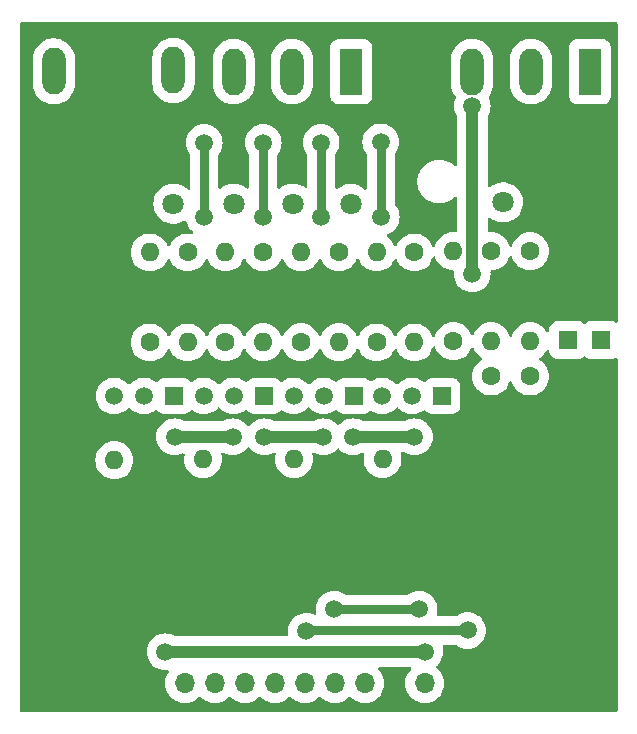
<source format=gbr>
%TF.GenerationSoftware,KiCad,Pcbnew,8.0.6*%
%TF.CreationDate,2025-08-05T17:19:42-05:00*%
%TF.ProjectId,PPDuino Nano Entradas,50504475-696e-46f2-904e-616e6f20456e,rev?*%
%TF.SameCoordinates,Original*%
%TF.FileFunction,Copper,L1,Top*%
%TF.FilePolarity,Positive*%
%FSLAX46Y46*%
G04 Gerber Fmt 4.6, Leading zero omitted, Abs format (unit mm)*
G04 Created by KiCad (PCBNEW 8.0.6) date 2025-08-05 17:19:42*
%MOMM*%
%LPD*%
G01*
G04 APERTURE LIST*
%TA.AperFunction,ComponentPad*%
%ADD10C,1.600000*%
%TD*%
%TA.AperFunction,ComponentPad*%
%ADD11O,1.600000X1.600000*%
%TD*%
%TA.AperFunction,ComponentPad*%
%ADD12R,1.600000X1.600000*%
%TD*%
%TA.AperFunction,ComponentPad*%
%ADD13R,1.800000X1.800000*%
%TD*%
%TA.AperFunction,ComponentPad*%
%ADD14C,1.800000*%
%TD*%
%TA.AperFunction,ComponentPad*%
%ADD15R,1.980000X3.960000*%
%TD*%
%TA.AperFunction,ComponentPad*%
%ADD16O,1.980000X3.960000*%
%TD*%
%TA.AperFunction,ComponentPad*%
%ADD17R,1.500000X1.500000*%
%TD*%
%TA.AperFunction,ComponentPad*%
%ADD18C,1.500000*%
%TD*%
%TA.AperFunction,ComponentPad*%
%ADD19R,1.700000X1.700000*%
%TD*%
%TA.AperFunction,ComponentPad*%
%ADD20O,1.700000X1.700000*%
%TD*%
%TA.AperFunction,ViaPad*%
%ADD21C,1.500000*%
%TD*%
%TA.AperFunction,Conductor*%
%ADD22C,1.000000*%
%TD*%
%TA.AperFunction,Conductor*%
%ADD23C,0.800000*%
%TD*%
%TA.AperFunction,Conductor*%
%ADD24C,0.600000*%
%TD*%
G04 APERTURE END LIST*
D10*
%TO.P,R3,1*%
%TO.N,GND*%
X151100000Y-106510000D03*
D11*
%TO.P,R3,2*%
%TO.N,/DI3m*%
X151100000Y-98890000D03*
%TD*%
D10*
%TO.P,R7,1*%
%TO.N,/DI1*%
X137800000Y-89020000D03*
D11*
%TO.P,R7,2*%
%TO.N,Net-(D2-A)*%
X137800000Y-81400000D03*
%TD*%
D10*
%TO.P,R9,1*%
%TO.N,/DI1*%
X141000000Y-81380000D03*
D11*
%TO.P,R9,2*%
%TO.N,Net-(Q2-B)*%
X141000000Y-89000000D03*
%TD*%
D10*
%TO.P,R5,1*%
%TO.N,/DI2*%
X147400000Y-81380000D03*
D11*
%TO.P,R5,2*%
%TO.N,Net-(Q3-B)*%
X147400000Y-89000000D03*
%TD*%
D10*
%TO.P,R4,1*%
%TO.N,/DI2*%
X144200000Y-89000000D03*
D11*
%TO.P,R4,2*%
%TO.N,Net-(D3-A)*%
X144200000Y-81380000D03*
%TD*%
D10*
%TO.P,R10,1*%
%TO.N,/DI0*%
X134600000Y-81400000D03*
D11*
%TO.P,R10,2*%
%TO.N,Net-(Q1-B)*%
X134600000Y-89020000D03*
%TD*%
D10*
%TO.P,R1,1*%
%TO.N,/DI3*%
X150600000Y-89020000D03*
D11*
%TO.P,R1,2*%
%TO.N,Net-(D4-A)*%
X150600000Y-81400000D03*
%TD*%
D10*
%TO.P,R15,1*%
%TO.N,/AI0*%
X160300000Y-81290000D03*
D11*
%TO.P,R15,2*%
%TO.N,/AI0m*%
X160300000Y-88910000D03*
%TD*%
D10*
%TO.P,R13,1*%
%TO.N,+5V*%
X157100000Y-88910000D03*
D11*
%TO.P,R13,2*%
%TO.N,Net-(D5-A)*%
X157100000Y-81290000D03*
%TD*%
D12*
%TO.P,D6,1,K*%
%TO.N,/AI0m*%
X169600000Y-88810000D03*
D11*
%TO.P,D6,2,A*%
%TO.N,GND*%
X169600000Y-81190000D03*
%TD*%
D13*
%TO.P,D3,1,K*%
%TO.N,GND*%
X143500000Y-74725000D03*
D14*
%TO.P,D3,2,A*%
%TO.N,Net-(D3-A)*%
X143500000Y-77265000D03*
%TD*%
D15*
%TO.P,J10,1,Pin_1*%
%TO.N,GND*%
X128265000Y-66057500D03*
D16*
%TO.P,J10,2,Pin_2*%
%TO.N,VDD*%
X123265000Y-66057500D03*
%TD*%
D10*
%TO.P,R6,1*%
%TO.N,GND*%
X143600000Y-106500000D03*
D11*
%TO.P,R6,2*%
%TO.N,/DI2m*%
X143600000Y-98880000D03*
%TD*%
D17*
%TO.P,Q4,1,C*%
%TO.N,+5V*%
X156150000Y-93550000D03*
D18*
%TO.P,Q4,2,B*%
%TO.N,Net-(Q4-B)*%
X153610000Y-93550000D03*
%TO.P,Q4,3,E*%
%TO.N,/DI3m*%
X151070000Y-93550000D03*
%TD*%
D15*
%TO.P,J3,1,Pin_1*%
%TO.N,/AI1*%
X168660000Y-66090000D03*
D16*
%TO.P,J3,2,Pin_2*%
%TO.N,/AI0*%
X163660000Y-66090000D03*
%TO.P,J3,3,Pin_3*%
%TO.N,+5V*%
X158700000Y-66090000D03*
%TO.P,J3,4,Pin_4*%
%TO.N,GND*%
X153600000Y-65990000D03*
%TD*%
D15*
%TO.P,J2,1,Pin_1*%
%TO.N,/DI3*%
X148460000Y-66090000D03*
D16*
%TO.P,J2,2,Pin_2*%
%TO.N,/DI2*%
X143460000Y-66090000D03*
%TO.P,J2,3,Pin_3*%
%TO.N,/DI1*%
X138500000Y-66090000D03*
%TO.P,J2,4,Pin_4*%
%TO.N,/DI0*%
X133400000Y-65990000D03*
%TD*%
D17*
%TO.P,Q1,1,C*%
%TO.N,+5V*%
X133450000Y-93550000D03*
D18*
%TO.P,Q1,2,B*%
%TO.N,Net-(Q1-B)*%
X130910000Y-93550000D03*
%TO.P,Q1,3,E*%
%TO.N,/DI0m*%
X128370000Y-93550000D03*
%TD*%
D10*
%TO.P,R12,1*%
%TO.N,GND*%
X128400000Y-106610000D03*
D11*
%TO.P,R12,2*%
%TO.N,/DI0m*%
X128400000Y-98990000D03*
%TD*%
D10*
%TO.P,R16,1*%
%TO.N,/AI1m*%
X163600000Y-91900000D03*
D11*
%TO.P,R16,2*%
%TO.N,GND*%
X163600000Y-99520000D03*
%TD*%
D10*
%TO.P,R17,1*%
%TO.N,/AI1*%
X163600000Y-81290000D03*
D11*
%TO.P,R17,2*%
%TO.N,/AI1m*%
X163600000Y-88910000D03*
%TD*%
D12*
%TO.P,D7,1,K*%
%TO.N,/AI1m*%
X166800000Y-88810000D03*
D11*
%TO.P,D7,2,A*%
%TO.N,GND*%
X166800000Y-81190000D03*
%TD*%
D13*
%TO.P,D4,1,K*%
%TO.N,GND*%
X148400000Y-74766421D03*
D14*
%TO.P,D4,2,A*%
%TO.N,Net-(D4-A)*%
X148400000Y-77306421D03*
%TD*%
D13*
%TO.P,D5,1,K*%
%TO.N,GND*%
X161300000Y-74615000D03*
D14*
%TO.P,D5,2,A*%
%TO.N,Net-(D5-A)*%
X161300000Y-77155000D03*
%TD*%
D10*
%TO.P,R14,1*%
%TO.N,/AI0m*%
X160300000Y-91900000D03*
D11*
%TO.P,R14,2*%
%TO.N,GND*%
X160300000Y-99520000D03*
%TD*%
D13*
%TO.P,D1,1,K*%
%TO.N,GND*%
X133400000Y-74725000D03*
D14*
%TO.P,D1,2,A*%
%TO.N,Net-(D1-A)*%
X133400000Y-77265000D03*
%TD*%
D17*
%TO.P,Q2,1,C*%
%TO.N,+5V*%
X141050000Y-93550000D03*
D18*
%TO.P,Q2,2,B*%
%TO.N,Net-(Q2-B)*%
X138510000Y-93550000D03*
%TO.P,Q2,3,E*%
%TO.N,/DI1m*%
X135970000Y-93550000D03*
%TD*%
D17*
%TO.P,Q3,1,C*%
%TO.N,+5V*%
X148650000Y-93550000D03*
D18*
%TO.P,Q3,2,B*%
%TO.N,Net-(Q3-B)*%
X146110000Y-93550000D03*
%TO.P,Q3,3,E*%
%TO.N,/DI2m*%
X143570000Y-93550000D03*
%TD*%
D10*
%TO.P,R2,1*%
%TO.N,/DI3*%
X153800000Y-81400000D03*
D11*
%TO.P,R2,2*%
%TO.N,Net-(Q4-B)*%
X153800000Y-89020000D03*
%TD*%
D13*
%TO.P,D2,1,K*%
%TO.N,GND*%
X138500000Y-74725000D03*
D14*
%TO.P,D2,2,A*%
%TO.N,Net-(D2-A)*%
X138500000Y-77265000D03*
%TD*%
D19*
%TO.P,J11,1,Pin_1*%
%TO.N,GND*%
X157220000Y-117890000D03*
D20*
%TO.P,J11,2,Pin_2*%
%TO.N,VDD*%
X154680000Y-117890000D03*
%TO.P,J11,3,Pin_3*%
%TO.N,GND*%
X152140000Y-117890000D03*
%TO.P,J11,4,Pin_4*%
%TO.N,+5V*%
X149600000Y-117890000D03*
%TO.P,J11,5,Pin_5*%
%TO.N,/AI1m*%
X147060000Y-117890000D03*
%TO.P,J11,6,Pin_6*%
%TO.N,/AI0m*%
X144520000Y-117890000D03*
%TO.P,J11,7,Pin_7*%
%TO.N,/DI3m*%
X141980000Y-117890000D03*
%TO.P,J11,8,Pin_8*%
%TO.N,/DI2m*%
X139440000Y-117890000D03*
%TO.P,J11,9,Pin_9*%
%TO.N,/DI1m*%
X136900000Y-117890000D03*
%TO.P,J11,10,Pin_10*%
%TO.N,/DI0m*%
X134360000Y-117890000D03*
%TD*%
D10*
%TO.P,R8,1*%
%TO.N,/DI0*%
X131400000Y-89020000D03*
D11*
%TO.P,R8,2*%
%TO.N,Net-(D1-A)*%
X131400000Y-81400000D03*
%TD*%
D10*
%TO.P,R11,1*%
%TO.N,GND*%
X135900000Y-106510000D03*
D11*
%TO.P,R11,2*%
%TO.N,/DI1m*%
X135900000Y-98890000D03*
%TD*%
D21*
%TO.N,GND*%
X143600000Y-104700000D03*
X151100000Y-104700000D03*
X135900000Y-104700000D03*
X137700000Y-104700000D03*
X145500000Y-104700000D03*
X128400000Y-104700000D03*
%TO.N,+5V*%
X153800000Y-97000000D03*
X141100000Y-97000000D03*
X148600000Y-97000000D03*
X146100000Y-97000000D03*
X158700000Y-83200000D03*
X133500000Y-97000000D03*
X138400000Y-97000000D03*
X158700000Y-69000000D03*
%TO.N,/AI1m*%
X154200000Y-111600000D03*
X147000000Y-111600000D03*
%TO.N,/DI0*%
X136000000Y-78390000D03*
X136000000Y-72090000D03*
%TO.N,/DI3*%
X150950000Y-72040000D03*
X151000000Y-78390000D03*
%TO.N,/DI1*%
X141000000Y-78390000D03*
X141000000Y-72090000D03*
%TO.N,/DI2*%
X145900000Y-72090000D03*
X145900000Y-78390000D03*
%TO.N,VDD*%
X154700000Y-115200000D03*
X132700000Y-115200000D03*
%TO.N,/AI0m*%
X158300000Y-113400000D03*
X144660000Y-113460000D03*
%TD*%
D22*
%TO.N,GND*%
X145500000Y-104700000D02*
X151100000Y-104700000D01*
X128400000Y-104700000D02*
X135900000Y-104700000D01*
X137700000Y-104700000D02*
X143600000Y-104700000D01*
%TO.N,+5V*%
X138400000Y-97000000D02*
X133500000Y-97000000D01*
X153800000Y-97000000D02*
X148600000Y-97000000D01*
X146100000Y-97000000D02*
X141100000Y-97000000D01*
X158700000Y-69000000D02*
X158700000Y-83200000D01*
D23*
%TO.N,/AI1m*%
X154200000Y-111600000D02*
X147000000Y-111600000D01*
%TO.N,/DI0*%
X136000000Y-72090000D02*
X136000000Y-78390000D01*
D24*
%TO.N,/DI3*%
X150950000Y-78340000D02*
X151000000Y-78390000D01*
D23*
X150950000Y-72040000D02*
X150950000Y-78340000D01*
%TO.N,/DI1*%
X141000000Y-72090000D02*
X141000000Y-78390000D01*
%TO.N,/DI2*%
X145900000Y-72090000D02*
X145900000Y-78390000D01*
D22*
%TO.N,VDD*%
X132700000Y-115200000D02*
X154700000Y-115200000D01*
D23*
%TO.N,/AI0m*%
X144720000Y-113400000D02*
X144660000Y-113460000D01*
X158300000Y-113400000D02*
X144720000Y-113400000D01*
%TD*%
%TA.AperFunction,Conductor*%
%TO.N,GND*%
G36*
X170875529Y-61899975D02*
G01*
X170942560Y-61919672D01*
X170988305Y-61972485D01*
X170999500Y-62023974D01*
X170999500Y-87216921D01*
X170979815Y-87283960D01*
X170927011Y-87329715D01*
X170857853Y-87339659D01*
X170809528Y-87321915D01*
X170749523Y-87284211D01*
X170579254Y-87224631D01*
X170579249Y-87224630D01*
X170444960Y-87209500D01*
X170444954Y-87209500D01*
X168755046Y-87209500D01*
X168755039Y-87209500D01*
X168620750Y-87224630D01*
X168620745Y-87224631D01*
X168450476Y-87284211D01*
X168297737Y-87380184D01*
X168287681Y-87390241D01*
X168226358Y-87423726D01*
X168156666Y-87418742D01*
X168112319Y-87390241D01*
X168102262Y-87380184D01*
X167949523Y-87284211D01*
X167779254Y-87224631D01*
X167779249Y-87224630D01*
X167644960Y-87209500D01*
X167644954Y-87209500D01*
X165955046Y-87209500D01*
X165955039Y-87209500D01*
X165820750Y-87224630D01*
X165820745Y-87224631D01*
X165650476Y-87284211D01*
X165497737Y-87380184D01*
X165370184Y-87507737D01*
X165274211Y-87660476D01*
X165214631Y-87830745D01*
X165214630Y-87830750D01*
X165199500Y-87965039D01*
X165199500Y-88017308D01*
X165179815Y-88084347D01*
X165127011Y-88130102D01*
X165057853Y-88140046D01*
X164994297Y-88111021D01*
X164969773Y-88082098D01*
X164898839Y-87966346D01*
X164898838Y-87966343D01*
X164783030Y-87830750D01*
X164735224Y-87774776D01*
X164601396Y-87660476D01*
X164543656Y-87611161D01*
X164543653Y-87611160D01*
X164328859Y-87479533D01*
X164096110Y-87383126D01*
X163851151Y-87324317D01*
X163600000Y-87304551D01*
X163348848Y-87324317D01*
X163103889Y-87383126D01*
X162871140Y-87479533D01*
X162656346Y-87611160D01*
X162656343Y-87611161D01*
X162464776Y-87774776D01*
X162301161Y-87966343D01*
X162301160Y-87966346D01*
X162169533Y-88181140D01*
X162073126Y-88413889D01*
X162070574Y-88424522D01*
X162035783Y-88485114D01*
X161973757Y-88517278D01*
X161904188Y-88510802D01*
X161849164Y-88467742D01*
X161829426Y-88424522D01*
X161826873Y-88413889D01*
X161730466Y-88181140D01*
X161598839Y-87966346D01*
X161598838Y-87966343D01*
X161483030Y-87830750D01*
X161435224Y-87774776D01*
X161301396Y-87660476D01*
X161243656Y-87611161D01*
X161243653Y-87611160D01*
X161028859Y-87479533D01*
X160796110Y-87383126D01*
X160551151Y-87324317D01*
X160300000Y-87304551D01*
X160048848Y-87324317D01*
X159803889Y-87383126D01*
X159571140Y-87479533D01*
X159356346Y-87611160D01*
X159356343Y-87611161D01*
X159164776Y-87774776D01*
X159001161Y-87966343D01*
X159001160Y-87966346D01*
X158869533Y-88181140D01*
X158814561Y-88313857D01*
X158770720Y-88368260D01*
X158704426Y-88390325D01*
X158636727Y-88373046D01*
X158589116Y-88321909D01*
X158585439Y-88313857D01*
X158530466Y-88181140D01*
X158398839Y-87966346D01*
X158398838Y-87966343D01*
X158283030Y-87830750D01*
X158235224Y-87774776D01*
X158101396Y-87660476D01*
X158043656Y-87611161D01*
X158043653Y-87611160D01*
X157828859Y-87479533D01*
X157596110Y-87383126D01*
X157351151Y-87324317D01*
X157100000Y-87304551D01*
X156848848Y-87324317D01*
X156603889Y-87383126D01*
X156371140Y-87479533D01*
X156156346Y-87611160D01*
X156156343Y-87611161D01*
X155964776Y-87774776D01*
X155801161Y-87966343D01*
X155801160Y-87966346D01*
X155669533Y-88181140D01*
X155573127Y-88413887D01*
X155555141Y-88488805D01*
X155520350Y-88549396D01*
X155458324Y-88581560D01*
X155388755Y-88575084D01*
X155333731Y-88532024D01*
X155320006Y-88507310D01*
X155230466Y-88291140D01*
X155098839Y-88076346D01*
X155098838Y-88076343D01*
X155004891Y-87966346D01*
X154935224Y-87884776D01*
X154806431Y-87774776D01*
X154743656Y-87721161D01*
X154743653Y-87721160D01*
X154528859Y-87589533D01*
X154296110Y-87493126D01*
X154051151Y-87434317D01*
X153800000Y-87414551D01*
X153548848Y-87434317D01*
X153303889Y-87493126D01*
X153071140Y-87589533D01*
X152856346Y-87721160D01*
X152856343Y-87721161D01*
X152664776Y-87884776D01*
X152501161Y-88076343D01*
X152501160Y-88076346D01*
X152369533Y-88291140D01*
X152314561Y-88423857D01*
X152270720Y-88478260D01*
X152204426Y-88500325D01*
X152136727Y-88483046D01*
X152089116Y-88431909D01*
X152085439Y-88423857D01*
X152030466Y-88291140D01*
X151898839Y-88076346D01*
X151898838Y-88076343D01*
X151804891Y-87966346D01*
X151735224Y-87884776D01*
X151606431Y-87774776D01*
X151543656Y-87721161D01*
X151543653Y-87721160D01*
X151328859Y-87589533D01*
X151096110Y-87493126D01*
X150851151Y-87434317D01*
X150600000Y-87414551D01*
X150348848Y-87434317D01*
X150103889Y-87493126D01*
X149871140Y-87589533D01*
X149656346Y-87721160D01*
X149656343Y-87721161D01*
X149464776Y-87884776D01*
X149301161Y-88076343D01*
X149301160Y-88076346D01*
X149169533Y-88291140D01*
X149118703Y-88413857D01*
X149074862Y-88468260D01*
X149008568Y-88490325D01*
X148940869Y-88473046D01*
X148893258Y-88421909D01*
X148889581Y-88413857D01*
X148830466Y-88271140D01*
X148698839Y-88056346D01*
X148698838Y-88056343D01*
X148621970Y-87966343D01*
X148535224Y-87864776D01*
X148367076Y-87721164D01*
X148343656Y-87701161D01*
X148343653Y-87701160D01*
X148128859Y-87569533D01*
X147896110Y-87473126D01*
X147651151Y-87414317D01*
X147400000Y-87394551D01*
X147148848Y-87414317D01*
X146903889Y-87473126D01*
X146671140Y-87569533D01*
X146456346Y-87701160D01*
X146456343Y-87701161D01*
X146264776Y-87864776D01*
X146101161Y-88056343D01*
X146101160Y-88056346D01*
X145969533Y-88271140D01*
X145914561Y-88403857D01*
X145870720Y-88458260D01*
X145804426Y-88480325D01*
X145736727Y-88463046D01*
X145689116Y-88411909D01*
X145685439Y-88403857D01*
X145630466Y-88271140D01*
X145498839Y-88056346D01*
X145498838Y-88056343D01*
X145421970Y-87966343D01*
X145335224Y-87864776D01*
X145167076Y-87721164D01*
X145143656Y-87701161D01*
X145143653Y-87701160D01*
X144928859Y-87569533D01*
X144696110Y-87473126D01*
X144451151Y-87414317D01*
X144200000Y-87394551D01*
X143948848Y-87414317D01*
X143703889Y-87473126D01*
X143471140Y-87569533D01*
X143256346Y-87701160D01*
X143256343Y-87701161D01*
X143064776Y-87864776D01*
X142901161Y-88056343D01*
X142901160Y-88056346D01*
X142769533Y-88271140D01*
X142714561Y-88403857D01*
X142670720Y-88458260D01*
X142604426Y-88480325D01*
X142536727Y-88463046D01*
X142489116Y-88411909D01*
X142485439Y-88403857D01*
X142430466Y-88271140D01*
X142298839Y-88056346D01*
X142298838Y-88056343D01*
X142221970Y-87966343D01*
X142135224Y-87864776D01*
X141967076Y-87721164D01*
X141943656Y-87701161D01*
X141943653Y-87701160D01*
X141728859Y-87569533D01*
X141496110Y-87473126D01*
X141251151Y-87414317D01*
X141000000Y-87394551D01*
X140748848Y-87414317D01*
X140503889Y-87473126D01*
X140271140Y-87569533D01*
X140056346Y-87701160D01*
X140056343Y-87701161D01*
X139864776Y-87864776D01*
X139701161Y-88056343D01*
X139701160Y-88056346D01*
X139569533Y-88271140D01*
X139510418Y-88413857D01*
X139466577Y-88468260D01*
X139400282Y-88490325D01*
X139332583Y-88473046D01*
X139284973Y-88421908D01*
X139281296Y-88413856D01*
X139230467Y-88291143D01*
X139230466Y-88291141D01*
X139098839Y-88076346D01*
X139098838Y-88076343D01*
X139004891Y-87966346D01*
X138935224Y-87884776D01*
X138806431Y-87774776D01*
X138743656Y-87721161D01*
X138743653Y-87721160D01*
X138528859Y-87589533D01*
X138296110Y-87493126D01*
X138051151Y-87434317D01*
X137800000Y-87414551D01*
X137548848Y-87434317D01*
X137303889Y-87493126D01*
X137071140Y-87589533D01*
X136856346Y-87721160D01*
X136856343Y-87721161D01*
X136664776Y-87884776D01*
X136501161Y-88076343D01*
X136501160Y-88076346D01*
X136369533Y-88291140D01*
X136314561Y-88423857D01*
X136270720Y-88478260D01*
X136204426Y-88500325D01*
X136136727Y-88483046D01*
X136089116Y-88431909D01*
X136085439Y-88423857D01*
X136030466Y-88291140D01*
X135898839Y-88076346D01*
X135898838Y-88076343D01*
X135804891Y-87966346D01*
X135735224Y-87884776D01*
X135606431Y-87774776D01*
X135543656Y-87721161D01*
X135543653Y-87721160D01*
X135328859Y-87589533D01*
X135096110Y-87493126D01*
X134851151Y-87434317D01*
X134600000Y-87414551D01*
X134348848Y-87434317D01*
X134103889Y-87493126D01*
X133871140Y-87589533D01*
X133656346Y-87721160D01*
X133656343Y-87721161D01*
X133464776Y-87884776D01*
X133301161Y-88076343D01*
X133301160Y-88076346D01*
X133169533Y-88291140D01*
X133114561Y-88423857D01*
X133070720Y-88478260D01*
X133004426Y-88500325D01*
X132936727Y-88483046D01*
X132889116Y-88431909D01*
X132885439Y-88423857D01*
X132830466Y-88291140D01*
X132698839Y-88076346D01*
X132698838Y-88076343D01*
X132604891Y-87966346D01*
X132535224Y-87884776D01*
X132406431Y-87774776D01*
X132343656Y-87721161D01*
X132343653Y-87721160D01*
X132128859Y-87589533D01*
X131896110Y-87493126D01*
X131651151Y-87434317D01*
X131400000Y-87414551D01*
X131148848Y-87434317D01*
X130903889Y-87493126D01*
X130671140Y-87589533D01*
X130456346Y-87721160D01*
X130456343Y-87721161D01*
X130264776Y-87884776D01*
X130101161Y-88076343D01*
X130101160Y-88076346D01*
X129969533Y-88291140D01*
X129873126Y-88523889D01*
X129814317Y-88768848D01*
X129794551Y-89020000D01*
X129814317Y-89271151D01*
X129873126Y-89516110D01*
X129969533Y-89748859D01*
X130101160Y-89963653D01*
X130101161Y-89963656D01*
X130101164Y-89963659D01*
X130264776Y-90155224D01*
X130409797Y-90279084D01*
X130456343Y-90318838D01*
X130456346Y-90318839D01*
X130671140Y-90450466D01*
X130903889Y-90546873D01*
X131148852Y-90605683D01*
X131400000Y-90625449D01*
X131651148Y-90605683D01*
X131896111Y-90546873D01*
X132128859Y-90450466D01*
X132343659Y-90318836D01*
X132535224Y-90155224D01*
X132698836Y-89963659D01*
X132830466Y-89748859D01*
X132838749Y-89728862D01*
X132885439Y-89616143D01*
X132929280Y-89561739D01*
X132995574Y-89539674D01*
X133063273Y-89556953D01*
X133110884Y-89608090D01*
X133114561Y-89616143D01*
X133169531Y-89748855D01*
X133169533Y-89748858D01*
X133301160Y-89963653D01*
X133301161Y-89963656D01*
X133301164Y-89963659D01*
X133464776Y-90155224D01*
X133609797Y-90279084D01*
X133656343Y-90318838D01*
X133656346Y-90318839D01*
X133871140Y-90450466D01*
X134103889Y-90546873D01*
X134348852Y-90605683D01*
X134600000Y-90625449D01*
X134851148Y-90605683D01*
X135096111Y-90546873D01*
X135328859Y-90450466D01*
X135543659Y-90318836D01*
X135735224Y-90155224D01*
X135898836Y-89963659D01*
X136030466Y-89748859D01*
X136038749Y-89728862D01*
X136085439Y-89616143D01*
X136129280Y-89561739D01*
X136195574Y-89539674D01*
X136263273Y-89556953D01*
X136310884Y-89608090D01*
X136314561Y-89616143D01*
X136369531Y-89748855D01*
X136369533Y-89748858D01*
X136501160Y-89963653D01*
X136501161Y-89963656D01*
X136501164Y-89963659D01*
X136664776Y-90155224D01*
X136809797Y-90279084D01*
X136856343Y-90318838D01*
X136856346Y-90318839D01*
X137071140Y-90450466D01*
X137303889Y-90546873D01*
X137548852Y-90605683D01*
X137800000Y-90625449D01*
X138051148Y-90605683D01*
X138296111Y-90546873D01*
X138528859Y-90450466D01*
X138743659Y-90318836D01*
X138935224Y-90155224D01*
X139098836Y-89963659D01*
X139230466Y-89748859D01*
X139238751Y-89728859D01*
X139289581Y-89606143D01*
X139333422Y-89551739D01*
X139399716Y-89529674D01*
X139467415Y-89546953D01*
X139515026Y-89598090D01*
X139518703Y-89606143D01*
X139569531Y-89728855D01*
X139569533Y-89728858D01*
X139701160Y-89943653D01*
X139701161Y-89943656D01*
X139756604Y-90008571D01*
X139864776Y-90135224D01*
X140013066Y-90261875D01*
X140056343Y-90298838D01*
X140056346Y-90298839D01*
X140271140Y-90430466D01*
X140476309Y-90515449D01*
X140503889Y-90526873D01*
X140748852Y-90585683D01*
X141000000Y-90605449D01*
X141251148Y-90585683D01*
X141496111Y-90526873D01*
X141728859Y-90430466D01*
X141943659Y-90298836D01*
X142135224Y-90135224D01*
X142298836Y-89943659D01*
X142430466Y-89728859D01*
X142430468Y-89728855D01*
X142485439Y-89596143D01*
X142529280Y-89541739D01*
X142595574Y-89519674D01*
X142663273Y-89536953D01*
X142710884Y-89588090D01*
X142714561Y-89596143D01*
X142769531Y-89728855D01*
X142769533Y-89728858D01*
X142901160Y-89943653D01*
X142901161Y-89943656D01*
X142956604Y-90008571D01*
X143064776Y-90135224D01*
X143213066Y-90261875D01*
X143256343Y-90298838D01*
X143256346Y-90298839D01*
X143471140Y-90430466D01*
X143676309Y-90515449D01*
X143703889Y-90526873D01*
X143948852Y-90585683D01*
X144200000Y-90605449D01*
X144451148Y-90585683D01*
X144696111Y-90526873D01*
X144928859Y-90430466D01*
X145143659Y-90298836D01*
X145335224Y-90135224D01*
X145498836Y-89943659D01*
X145630466Y-89728859D01*
X145630468Y-89728855D01*
X145685439Y-89596143D01*
X145729280Y-89541739D01*
X145795574Y-89519674D01*
X145863273Y-89536953D01*
X145910884Y-89588090D01*
X145914561Y-89596143D01*
X145969531Y-89728855D01*
X145969533Y-89728858D01*
X146101160Y-89943653D01*
X146101161Y-89943656D01*
X146156604Y-90008571D01*
X146264776Y-90135224D01*
X146413066Y-90261875D01*
X146456343Y-90298838D01*
X146456346Y-90298839D01*
X146671140Y-90430466D01*
X146876309Y-90515449D01*
X146903889Y-90526873D01*
X147148852Y-90585683D01*
X147400000Y-90605449D01*
X147651148Y-90585683D01*
X147896111Y-90526873D01*
X148128859Y-90430466D01*
X148343659Y-90298836D01*
X148535224Y-90135224D01*
X148698836Y-89943659D01*
X148830466Y-89728859D01*
X148881297Y-89606139D01*
X148925136Y-89551739D01*
X148991430Y-89529674D01*
X149059129Y-89546953D01*
X149106740Y-89598089D01*
X149110418Y-89606142D01*
X149169533Y-89748859D01*
X149301160Y-89963653D01*
X149301161Y-89963656D01*
X149301164Y-89963659D01*
X149464776Y-90155224D01*
X149609797Y-90279084D01*
X149656343Y-90318838D01*
X149656346Y-90318839D01*
X149871140Y-90450466D01*
X150103889Y-90546873D01*
X150348852Y-90605683D01*
X150600000Y-90625449D01*
X150851148Y-90605683D01*
X151096111Y-90546873D01*
X151328859Y-90450466D01*
X151543659Y-90318836D01*
X151735224Y-90155224D01*
X151898836Y-89963659D01*
X152030466Y-89748859D01*
X152038749Y-89728862D01*
X152085439Y-89616143D01*
X152129280Y-89561739D01*
X152195574Y-89539674D01*
X152263273Y-89556953D01*
X152310884Y-89608090D01*
X152314561Y-89616143D01*
X152369531Y-89748855D01*
X152369533Y-89748858D01*
X152501160Y-89963653D01*
X152501161Y-89963656D01*
X152501164Y-89963659D01*
X152664776Y-90155224D01*
X152809797Y-90279084D01*
X152856343Y-90318838D01*
X152856346Y-90318839D01*
X153071140Y-90450466D01*
X153303889Y-90546873D01*
X153548852Y-90605683D01*
X153800000Y-90625449D01*
X154051148Y-90605683D01*
X154296111Y-90546873D01*
X154528859Y-90450466D01*
X154743659Y-90318836D01*
X154935224Y-90155224D01*
X155098836Y-89963659D01*
X155230466Y-89748859D01*
X155326873Y-89516111D01*
X155344858Y-89441194D01*
X155379648Y-89380604D01*
X155441674Y-89348439D01*
X155511243Y-89354914D01*
X155566267Y-89397974D01*
X155579993Y-89422689D01*
X155669533Y-89638859D01*
X155801160Y-89853653D01*
X155801161Y-89853656D01*
X155801164Y-89853659D01*
X155964776Y-90045224D01*
X156113066Y-90171875D01*
X156156343Y-90208838D01*
X156156346Y-90208839D01*
X156371140Y-90340466D01*
X156588421Y-90430466D01*
X156603889Y-90436873D01*
X156848852Y-90495683D01*
X157100000Y-90515449D01*
X157351148Y-90495683D01*
X157596111Y-90436873D01*
X157828859Y-90340466D01*
X158043659Y-90208836D01*
X158235224Y-90045224D01*
X158398836Y-89853659D01*
X158530466Y-89638859D01*
X158530468Y-89638855D01*
X158585439Y-89506143D01*
X158629280Y-89451739D01*
X158695574Y-89429674D01*
X158763273Y-89446953D01*
X158810884Y-89498090D01*
X158814561Y-89506143D01*
X158869531Y-89638855D01*
X158869533Y-89638858D01*
X159001160Y-89853653D01*
X159001161Y-89853656D01*
X159001164Y-89853659D01*
X159164776Y-90045224D01*
X159313066Y-90171875D01*
X159356343Y-90208838D01*
X159356346Y-90208839D01*
X159503919Y-90299273D01*
X159550794Y-90351085D01*
X159562217Y-90420014D01*
X159534559Y-90484177D01*
X159503919Y-90510727D01*
X159356346Y-90601160D01*
X159356343Y-90601161D01*
X159164776Y-90764776D01*
X159001161Y-90956343D01*
X159001160Y-90956346D01*
X158869533Y-91171140D01*
X158773126Y-91403889D01*
X158714317Y-91648848D01*
X158694551Y-91900000D01*
X158714317Y-92151151D01*
X158773126Y-92396110D01*
X158869533Y-92628859D01*
X159001160Y-92843653D01*
X159001161Y-92843656D01*
X159001164Y-92843659D01*
X159164776Y-93035224D01*
X159313066Y-93161875D01*
X159356343Y-93198838D01*
X159356346Y-93198839D01*
X159571140Y-93330466D01*
X159803889Y-93426873D01*
X160048852Y-93485683D01*
X160300000Y-93505449D01*
X160551148Y-93485683D01*
X160796111Y-93426873D01*
X161028859Y-93330466D01*
X161243659Y-93198836D01*
X161435224Y-93035224D01*
X161598836Y-92843659D01*
X161730466Y-92628859D01*
X161826873Y-92396111D01*
X161826874Y-92396107D01*
X161829426Y-92385479D01*
X161864215Y-92324886D01*
X161926241Y-92292721D01*
X161995810Y-92299196D01*
X162050835Y-92342255D01*
X162070574Y-92385479D01*
X162073125Y-92396107D01*
X162073126Y-92396109D01*
X162169533Y-92628859D01*
X162301160Y-92843653D01*
X162301161Y-92843656D01*
X162301164Y-92843659D01*
X162464776Y-93035224D01*
X162613066Y-93161875D01*
X162656343Y-93198838D01*
X162656346Y-93198839D01*
X162871140Y-93330466D01*
X163103889Y-93426873D01*
X163348852Y-93485683D01*
X163600000Y-93505449D01*
X163851148Y-93485683D01*
X164096111Y-93426873D01*
X164328859Y-93330466D01*
X164543659Y-93198836D01*
X164735224Y-93035224D01*
X164898836Y-92843659D01*
X165030466Y-92628859D01*
X165126873Y-92396111D01*
X165185683Y-92151148D01*
X165205449Y-91900000D01*
X165185683Y-91648852D01*
X165126873Y-91403889D01*
X165030466Y-91171141D01*
X165030466Y-91171140D01*
X164898839Y-90956346D01*
X164898838Y-90956343D01*
X164861875Y-90913066D01*
X164735224Y-90764776D01*
X164572092Y-90625448D01*
X164543656Y-90601161D01*
X164543654Y-90601160D01*
X164396080Y-90510727D01*
X164349205Y-90458916D01*
X164337782Y-90389986D01*
X164365439Y-90325823D01*
X164396080Y-90299273D01*
X164543654Y-90208839D01*
X164543656Y-90208838D01*
X164543656Y-90208837D01*
X164543659Y-90208836D01*
X164735224Y-90045224D01*
X164898836Y-89853659D01*
X164983171Y-89716037D01*
X165034981Y-89669163D01*
X165103911Y-89657740D01*
X165168074Y-89685397D01*
X165207098Y-89743352D01*
X165212117Y-89766942D01*
X165214631Y-89789251D01*
X165214631Y-89789254D01*
X165274211Y-89959523D01*
X165328061Y-90045224D01*
X165370184Y-90112262D01*
X165497738Y-90239816D01*
X165560233Y-90279084D01*
X165623500Y-90318838D01*
X165650478Y-90335789D01*
X165805364Y-90389986D01*
X165820745Y-90395368D01*
X165820750Y-90395369D01*
X165906232Y-90405000D01*
X165955040Y-90410499D01*
X165955043Y-90410500D01*
X165955046Y-90410500D01*
X167644957Y-90410500D01*
X167644958Y-90410499D01*
X167712104Y-90402934D01*
X167779249Y-90395369D01*
X167779252Y-90395368D01*
X167779255Y-90395368D01*
X167949522Y-90335789D01*
X168102262Y-90239816D01*
X168112319Y-90229759D01*
X168173642Y-90196274D01*
X168243334Y-90201258D01*
X168287681Y-90229759D01*
X168297738Y-90239816D01*
X168360233Y-90279084D01*
X168423500Y-90318838D01*
X168450478Y-90335789D01*
X168605364Y-90389986D01*
X168620745Y-90395368D01*
X168620750Y-90395369D01*
X168706232Y-90405000D01*
X168755040Y-90410499D01*
X168755043Y-90410500D01*
X168755046Y-90410500D01*
X170444957Y-90410500D01*
X170444958Y-90410499D01*
X170512104Y-90402934D01*
X170579249Y-90395369D01*
X170579252Y-90395368D01*
X170579255Y-90395368D01*
X170749522Y-90335789D01*
X170809527Y-90298084D01*
X170876763Y-90279084D01*
X170943599Y-90299451D01*
X170988813Y-90352718D01*
X170999500Y-90403078D01*
X170999500Y-120165500D01*
X170979815Y-120232539D01*
X170927011Y-120278294D01*
X170875500Y-120289500D01*
X120524500Y-120289500D01*
X120457461Y-120269815D01*
X120411706Y-120217011D01*
X120400500Y-120165500D01*
X120400500Y-115200000D01*
X131144706Y-115200000D01*
X131163853Y-115443297D01*
X131220830Y-115680619D01*
X131314222Y-115906089D01*
X131441737Y-116114173D01*
X131441738Y-116114176D01*
X131441741Y-116114179D01*
X131600241Y-116299759D01*
X131709991Y-116393494D01*
X131785823Y-116458261D01*
X131785826Y-116458262D01*
X131993910Y-116585777D01*
X132219381Y-116679169D01*
X132219378Y-116679169D01*
X132219384Y-116679170D01*
X132219388Y-116679172D01*
X132456698Y-116736146D01*
X132700000Y-116755294D01*
X132898243Y-116739692D01*
X132966620Y-116754056D01*
X133016377Y-116803108D01*
X133031716Y-116871273D01*
X133013700Y-116928099D01*
X132884845Y-117138373D01*
X132785427Y-117378389D01*
X132724778Y-117631009D01*
X132704396Y-117890000D01*
X132724778Y-118148990D01*
X132785427Y-118401610D01*
X132884843Y-118641623D01*
X132884845Y-118641627D01*
X132884846Y-118641628D01*
X133020588Y-118863140D01*
X133189311Y-119060689D01*
X133386860Y-119229412D01*
X133608372Y-119365154D01*
X133608374Y-119365154D01*
X133608376Y-119365156D01*
X133669693Y-119390554D01*
X133848390Y-119464573D01*
X134101006Y-119525221D01*
X134360000Y-119545604D01*
X134618994Y-119525221D01*
X134871610Y-119464573D01*
X135111628Y-119365154D01*
X135333140Y-119229412D01*
X135530689Y-119060689D01*
X135535710Y-119054809D01*
X135594213Y-119016617D01*
X135664081Y-119016116D01*
X135723128Y-119053468D01*
X135724197Y-119054702D01*
X135729311Y-119060689D01*
X135926860Y-119229412D01*
X136148372Y-119365154D01*
X136148374Y-119365154D01*
X136148376Y-119365156D01*
X136209693Y-119390554D01*
X136388390Y-119464573D01*
X136641006Y-119525221D01*
X136900000Y-119545604D01*
X137158994Y-119525221D01*
X137411610Y-119464573D01*
X137651628Y-119365154D01*
X137873140Y-119229412D01*
X138070689Y-119060689D01*
X138075710Y-119054809D01*
X138134213Y-119016617D01*
X138204081Y-119016116D01*
X138263128Y-119053468D01*
X138264197Y-119054702D01*
X138269311Y-119060689D01*
X138466860Y-119229412D01*
X138688372Y-119365154D01*
X138688374Y-119365154D01*
X138688376Y-119365156D01*
X138749693Y-119390554D01*
X138928390Y-119464573D01*
X139181006Y-119525221D01*
X139440000Y-119545604D01*
X139698994Y-119525221D01*
X139951610Y-119464573D01*
X140191628Y-119365154D01*
X140413140Y-119229412D01*
X140610689Y-119060689D01*
X140615710Y-119054809D01*
X140674213Y-119016617D01*
X140744081Y-119016116D01*
X140803128Y-119053468D01*
X140804197Y-119054702D01*
X140809311Y-119060689D01*
X141006860Y-119229412D01*
X141228372Y-119365154D01*
X141228374Y-119365154D01*
X141228376Y-119365156D01*
X141289693Y-119390554D01*
X141468390Y-119464573D01*
X141721006Y-119525221D01*
X141980000Y-119545604D01*
X142238994Y-119525221D01*
X142491610Y-119464573D01*
X142731628Y-119365154D01*
X142953140Y-119229412D01*
X143150689Y-119060689D01*
X143155710Y-119054809D01*
X143214213Y-119016617D01*
X143284081Y-119016116D01*
X143343128Y-119053468D01*
X143344197Y-119054702D01*
X143349311Y-119060689D01*
X143546860Y-119229412D01*
X143768372Y-119365154D01*
X143768374Y-119365154D01*
X143768376Y-119365156D01*
X143829693Y-119390554D01*
X144008390Y-119464573D01*
X144261006Y-119525221D01*
X144520000Y-119545604D01*
X144778994Y-119525221D01*
X145031610Y-119464573D01*
X145271628Y-119365154D01*
X145493140Y-119229412D01*
X145690689Y-119060689D01*
X145695710Y-119054809D01*
X145754213Y-119016617D01*
X145824081Y-119016116D01*
X145883128Y-119053468D01*
X145884197Y-119054702D01*
X145889311Y-119060689D01*
X146086860Y-119229412D01*
X146308372Y-119365154D01*
X146308374Y-119365154D01*
X146308376Y-119365156D01*
X146369693Y-119390554D01*
X146548390Y-119464573D01*
X146801006Y-119525221D01*
X147060000Y-119545604D01*
X147318994Y-119525221D01*
X147571610Y-119464573D01*
X147811628Y-119365154D01*
X148033140Y-119229412D01*
X148230689Y-119060689D01*
X148235710Y-119054809D01*
X148294213Y-119016617D01*
X148364081Y-119016116D01*
X148423128Y-119053468D01*
X148424197Y-119054702D01*
X148429311Y-119060689D01*
X148626860Y-119229412D01*
X148848372Y-119365154D01*
X148848374Y-119365154D01*
X148848376Y-119365156D01*
X148909693Y-119390554D01*
X149088390Y-119464573D01*
X149341006Y-119525221D01*
X149600000Y-119545604D01*
X149858994Y-119525221D01*
X150111610Y-119464573D01*
X150351628Y-119365154D01*
X150573140Y-119229412D01*
X150770689Y-119060689D01*
X150939412Y-118863140D01*
X151075154Y-118641628D01*
X151174573Y-118401610D01*
X151235221Y-118148994D01*
X151255604Y-117890000D01*
X151235221Y-117631006D01*
X151174573Y-117378390D01*
X151075154Y-117138372D01*
X150939412Y-116916860D01*
X150770689Y-116719311D01*
X150770082Y-116718792D01*
X150769915Y-116718537D01*
X150767244Y-116715866D01*
X150767805Y-116715304D01*
X150731887Y-116660289D01*
X150731385Y-116590421D01*
X150768736Y-116531373D01*
X150832081Y-116501892D01*
X150850610Y-116500500D01*
X153429390Y-116500500D01*
X153496429Y-116520185D01*
X153542184Y-116572989D01*
X153552128Y-116642147D01*
X153523103Y-116705703D01*
X153509921Y-116718789D01*
X153509311Y-116719311D01*
X153340588Y-116916859D01*
X153204843Y-117138376D01*
X153105427Y-117378389D01*
X153044778Y-117631009D01*
X153024396Y-117890000D01*
X153044778Y-118148990D01*
X153105427Y-118401610D01*
X153204843Y-118641623D01*
X153204845Y-118641627D01*
X153204846Y-118641628D01*
X153340588Y-118863140D01*
X153509311Y-119060689D01*
X153706860Y-119229412D01*
X153928372Y-119365154D01*
X153928374Y-119365154D01*
X153928376Y-119365156D01*
X153989693Y-119390554D01*
X154168390Y-119464573D01*
X154421006Y-119525221D01*
X154680000Y-119545604D01*
X154938994Y-119525221D01*
X155191610Y-119464573D01*
X155431628Y-119365154D01*
X155653140Y-119229412D01*
X155850689Y-119060689D01*
X156019412Y-118863140D01*
X156155154Y-118641628D01*
X156254573Y-118401610D01*
X156315221Y-118148994D01*
X156335604Y-117890000D01*
X156315221Y-117631006D01*
X156254573Y-117378390D01*
X156155154Y-117138372D01*
X156019412Y-116916860D01*
X155850689Y-116719311D01*
X155744037Y-116628222D01*
X155690007Y-116582075D01*
X155651814Y-116523568D01*
X155651316Y-116453700D01*
X155688670Y-116394654D01*
X155689927Y-116393563D01*
X155799759Y-116299759D01*
X155958259Y-116114179D01*
X156085777Y-115906089D01*
X156179172Y-115680612D01*
X156236146Y-115443302D01*
X156255294Y-115200000D01*
X156236146Y-114956698D01*
X156187349Y-114753447D01*
X156190840Y-114683665D01*
X156231503Y-114626847D01*
X156296430Y-114601034D01*
X156307923Y-114600500D01*
X157272448Y-114600500D01*
X157339487Y-114620185D01*
X157352976Y-114630207D01*
X157385821Y-114658259D01*
X157385823Y-114658260D01*
X157385824Y-114658261D01*
X157385826Y-114658262D01*
X157593910Y-114785777D01*
X157819381Y-114879169D01*
X157819378Y-114879169D01*
X157819384Y-114879170D01*
X157819388Y-114879172D01*
X158056698Y-114936146D01*
X158300000Y-114955294D01*
X158543302Y-114936146D01*
X158780612Y-114879172D01*
X159006089Y-114785777D01*
X159214179Y-114658259D01*
X159399759Y-114499759D01*
X159558259Y-114314179D01*
X159685777Y-114106089D01*
X159779172Y-113880612D01*
X159836146Y-113643302D01*
X159855294Y-113400000D01*
X159836146Y-113156698D01*
X159779172Y-112919388D01*
X159710630Y-112753911D01*
X159685777Y-112693910D01*
X159558262Y-112485826D01*
X159558261Y-112485823D01*
X159522453Y-112443897D01*
X159399759Y-112300241D01*
X159258758Y-112179815D01*
X159214176Y-112141738D01*
X159214173Y-112141737D01*
X159006089Y-112014222D01*
X158780618Y-111920830D01*
X158780621Y-111920830D01*
X158674992Y-111895470D01*
X158543302Y-111863854D01*
X158543300Y-111863853D01*
X158543297Y-111863853D01*
X158300000Y-111844706D01*
X158056702Y-111863853D01*
X158056698Y-111863854D01*
X157872612Y-111908050D01*
X157819380Y-111920830D01*
X157593910Y-112014222D01*
X157385826Y-112141737D01*
X157385824Y-112141738D01*
X157352979Y-112169791D01*
X157289218Y-112198361D01*
X157272448Y-112199500D01*
X155807923Y-112199500D01*
X155740884Y-112179815D01*
X155695129Y-112127011D01*
X155685185Y-112057853D01*
X155687349Y-112046553D01*
X155695111Y-112014222D01*
X155736146Y-111843302D01*
X155755294Y-111600000D01*
X155736146Y-111356698D01*
X155679172Y-111119388D01*
X155585777Y-110893911D01*
X155585777Y-110893910D01*
X155458262Y-110685826D01*
X155458261Y-110685823D01*
X155422453Y-110643897D01*
X155299759Y-110500241D01*
X155158758Y-110379815D01*
X155114176Y-110341738D01*
X155114173Y-110341737D01*
X154906089Y-110214222D01*
X154680618Y-110120830D01*
X154680621Y-110120830D01*
X154574992Y-110095470D01*
X154443302Y-110063854D01*
X154443300Y-110063853D01*
X154443297Y-110063853D01*
X154200000Y-110044706D01*
X153956702Y-110063853D01*
X153719380Y-110120830D01*
X153493910Y-110214222D01*
X153285826Y-110341737D01*
X153285824Y-110341738D01*
X153252979Y-110369791D01*
X153189218Y-110398361D01*
X153172448Y-110399500D01*
X148027552Y-110399500D01*
X147960513Y-110379815D01*
X147947021Y-110369791D01*
X147914175Y-110341738D01*
X147914173Y-110341737D01*
X147706089Y-110214222D01*
X147480618Y-110120830D01*
X147480621Y-110120830D01*
X147374992Y-110095470D01*
X147243302Y-110063854D01*
X147243300Y-110063853D01*
X147243297Y-110063853D01*
X147000000Y-110044706D01*
X146756702Y-110063853D01*
X146519380Y-110120830D01*
X146293910Y-110214222D01*
X146085826Y-110341737D01*
X146085823Y-110341738D01*
X145900241Y-110500241D01*
X145741738Y-110685823D01*
X145741737Y-110685826D01*
X145614222Y-110893910D01*
X145520830Y-111119380D01*
X145463853Y-111356702D01*
X145444706Y-111600000D01*
X145463853Y-111843298D01*
X145479399Y-111908050D01*
X145475908Y-111977832D01*
X145435245Y-112034650D01*
X145370318Y-112060463D01*
X145311373Y-112051558D01*
X145140623Y-111980831D01*
X145140621Y-111980830D01*
X145034992Y-111955470D01*
X144903302Y-111923854D01*
X144903300Y-111923853D01*
X144903297Y-111923853D01*
X144660000Y-111904706D01*
X144416702Y-111923853D01*
X144179380Y-111980830D01*
X143953910Y-112074222D01*
X143745826Y-112201737D01*
X143745823Y-112201738D01*
X143560241Y-112360241D01*
X143401738Y-112545823D01*
X143401737Y-112545826D01*
X143274222Y-112753910D01*
X143180830Y-112979380D01*
X143123853Y-113216702D01*
X143104706Y-113460000D01*
X143123853Y-113703298D01*
X143134238Y-113746553D01*
X143130747Y-113816335D01*
X143090084Y-113873153D01*
X143025157Y-113898966D01*
X143013664Y-113899500D01*
X133580219Y-113899500D01*
X133515429Y-113881227D01*
X133514425Y-113880612D01*
X133500236Y-113871916D01*
X133406089Y-113814222D01*
X133180618Y-113720830D01*
X133180621Y-113720830D01*
X133074992Y-113695470D01*
X132943302Y-113663854D01*
X132943300Y-113663853D01*
X132943297Y-113663853D01*
X132700000Y-113644706D01*
X132456702Y-113663853D01*
X132219380Y-113720830D01*
X131993910Y-113814222D01*
X131785826Y-113941737D01*
X131785823Y-113941738D01*
X131600241Y-114100241D01*
X131441738Y-114285823D01*
X131441737Y-114285826D01*
X131314222Y-114493910D01*
X131220830Y-114719380D01*
X131163853Y-114956702D01*
X131144706Y-115200000D01*
X120400500Y-115200000D01*
X120400500Y-98990000D01*
X126794551Y-98990000D01*
X126814317Y-99241151D01*
X126873126Y-99486110D01*
X126969533Y-99718859D01*
X127101160Y-99933653D01*
X127101161Y-99933656D01*
X127101164Y-99933659D01*
X127264776Y-100125224D01*
X127339260Y-100188839D01*
X127456343Y-100288838D01*
X127456346Y-100288839D01*
X127671140Y-100420466D01*
X127903889Y-100516873D01*
X128148852Y-100575683D01*
X128400000Y-100595449D01*
X128651148Y-100575683D01*
X128896111Y-100516873D01*
X129128859Y-100420466D01*
X129343659Y-100288836D01*
X129535224Y-100125224D01*
X129698836Y-99933659D01*
X129830466Y-99718859D01*
X129926873Y-99486111D01*
X129985683Y-99241148D01*
X130005449Y-98990000D01*
X129985683Y-98738852D01*
X129926873Y-98493889D01*
X129919017Y-98474922D01*
X129830466Y-98261140D01*
X129698839Y-98046346D01*
X129698838Y-98046343D01*
X129655461Y-97995555D01*
X129535224Y-97854776D01*
X129361134Y-97706089D01*
X129343656Y-97691161D01*
X129343653Y-97691160D01*
X129128859Y-97559533D01*
X128896110Y-97463126D01*
X128651151Y-97404317D01*
X128400000Y-97384551D01*
X128148848Y-97404317D01*
X127903889Y-97463126D01*
X127671140Y-97559533D01*
X127456346Y-97691160D01*
X127456343Y-97691161D01*
X127264776Y-97854776D01*
X127101161Y-98046343D01*
X127101160Y-98046346D01*
X126969533Y-98261140D01*
X126873126Y-98493889D01*
X126814317Y-98738848D01*
X126794551Y-98990000D01*
X120400500Y-98990000D01*
X120400500Y-97000000D01*
X131944706Y-97000000D01*
X131963853Y-97243297D01*
X131963853Y-97243300D01*
X131963854Y-97243302D01*
X131997765Y-97384551D01*
X132020830Y-97480619D01*
X132114222Y-97706089D01*
X132241737Y-97914173D01*
X132241738Y-97914176D01*
X132244290Y-97917164D01*
X132400241Y-98099759D01*
X132543897Y-98222453D01*
X132585823Y-98258261D01*
X132585826Y-98258262D01*
X132793910Y-98385777D01*
X133019381Y-98479169D01*
X133019378Y-98479169D01*
X133019384Y-98479170D01*
X133019388Y-98479172D01*
X133256698Y-98536146D01*
X133500000Y-98555294D01*
X133743302Y-98536146D01*
X133980612Y-98479172D01*
X134168895Y-98401182D01*
X134238364Y-98393714D01*
X134300844Y-98424989D01*
X134336496Y-98485078D01*
X134336922Y-98544690D01*
X134314318Y-98638846D01*
X134314317Y-98638852D01*
X134306447Y-98738848D01*
X134294551Y-98890000D01*
X134314317Y-99141151D01*
X134373126Y-99386110D01*
X134469533Y-99618859D01*
X134601160Y-99833653D01*
X134601161Y-99833656D01*
X134601164Y-99833659D01*
X134764776Y-100025224D01*
X134881860Y-100125223D01*
X134956343Y-100188838D01*
X134956346Y-100188839D01*
X135171140Y-100320466D01*
X135379747Y-100406873D01*
X135403889Y-100416873D01*
X135648852Y-100475683D01*
X135900000Y-100495449D01*
X136151148Y-100475683D01*
X136396111Y-100416873D01*
X136628859Y-100320466D01*
X136843659Y-100188836D01*
X137035224Y-100025224D01*
X137198836Y-99833659D01*
X137330466Y-99618859D01*
X137426873Y-99386111D01*
X137485683Y-99141148D01*
X137505449Y-98890000D01*
X137485683Y-98638852D01*
X137448410Y-98483597D01*
X137451901Y-98413817D01*
X137492565Y-98356999D01*
X137557491Y-98331186D01*
X137626066Y-98344572D01*
X137633774Y-98348925D01*
X137693910Y-98385777D01*
X137919381Y-98479169D01*
X137919378Y-98479169D01*
X137919384Y-98479170D01*
X137919388Y-98479172D01*
X138156698Y-98536146D01*
X138400000Y-98555294D01*
X138643302Y-98536146D01*
X138880612Y-98479172D01*
X139106089Y-98385777D01*
X139314179Y-98258259D01*
X139499759Y-98099759D01*
X139655710Y-97917164D01*
X139714217Y-97878971D01*
X139784085Y-97878473D01*
X139843131Y-97915826D01*
X139844290Y-97917164D01*
X140000241Y-98099759D01*
X140143897Y-98222453D01*
X140185823Y-98258261D01*
X140185826Y-98258262D01*
X140393910Y-98385777D01*
X140619381Y-98479169D01*
X140619378Y-98479169D01*
X140619384Y-98479170D01*
X140619388Y-98479172D01*
X140856698Y-98536146D01*
X141100000Y-98555294D01*
X141343302Y-98536146D01*
X141580612Y-98479172D01*
X141806089Y-98385777D01*
X141863412Y-98350649D01*
X141930854Y-98332405D01*
X141997457Y-98353520D01*
X142042071Y-98407292D01*
X142050532Y-98476647D01*
X142048774Y-98485323D01*
X142014318Y-98628847D01*
X142014317Y-98628852D01*
X142005660Y-98738848D01*
X141994551Y-98880000D01*
X142014317Y-99131151D01*
X142073126Y-99376110D01*
X142169533Y-99608859D01*
X142301160Y-99823653D01*
X142301161Y-99823656D01*
X142356604Y-99888571D01*
X142464776Y-100015224D01*
X142613066Y-100141875D01*
X142656343Y-100178838D01*
X142656346Y-100178839D01*
X142871140Y-100310466D01*
X143103889Y-100406873D01*
X143348852Y-100465683D01*
X143600000Y-100485449D01*
X143851148Y-100465683D01*
X144096111Y-100406873D01*
X144328859Y-100310466D01*
X144543659Y-100178836D01*
X144735224Y-100015224D01*
X144898836Y-99823659D01*
X145030466Y-99608859D01*
X145126873Y-99376111D01*
X145185683Y-99131148D01*
X145205449Y-98880000D01*
X145185683Y-98628852D01*
X145151225Y-98485323D01*
X145154716Y-98415542D01*
X145195380Y-98358724D01*
X145260306Y-98332911D01*
X145328881Y-98346297D01*
X145336589Y-98350650D01*
X145393910Y-98385777D01*
X145619381Y-98479169D01*
X145619378Y-98479169D01*
X145619384Y-98479170D01*
X145619388Y-98479172D01*
X145856698Y-98536146D01*
X146100000Y-98555294D01*
X146343302Y-98536146D01*
X146580612Y-98479172D01*
X146806089Y-98385777D01*
X147014179Y-98258259D01*
X147199759Y-98099759D01*
X147255712Y-98034245D01*
X147314216Y-97996055D01*
X147384083Y-97995555D01*
X147443130Y-98032908D01*
X147444181Y-98034121D01*
X147500240Y-98099758D01*
X147500241Y-98099759D01*
X147685823Y-98258261D01*
X147685826Y-98258262D01*
X147893910Y-98385777D01*
X148119381Y-98479169D01*
X148119378Y-98479169D01*
X148119384Y-98479170D01*
X148119388Y-98479172D01*
X148356698Y-98536146D01*
X148600000Y-98555294D01*
X148843302Y-98536146D01*
X149080612Y-98479172D01*
X149306089Y-98385777D01*
X149366227Y-98348924D01*
X149433669Y-98330680D01*
X149500272Y-98351796D01*
X149544886Y-98405567D01*
X149553347Y-98474922D01*
X149551589Y-98483598D01*
X149516718Y-98628852D01*
X149514317Y-98638852D01*
X149506447Y-98738848D01*
X149494551Y-98890000D01*
X149514317Y-99141151D01*
X149573126Y-99386110D01*
X149669533Y-99618859D01*
X149801160Y-99833653D01*
X149801161Y-99833656D01*
X149801164Y-99833659D01*
X149964776Y-100025224D01*
X150081860Y-100125223D01*
X150156343Y-100188838D01*
X150156346Y-100188839D01*
X150371140Y-100320466D01*
X150579747Y-100406873D01*
X150603889Y-100416873D01*
X150848852Y-100475683D01*
X151100000Y-100495449D01*
X151351148Y-100475683D01*
X151596111Y-100416873D01*
X151828859Y-100320466D01*
X152043659Y-100188836D01*
X152235224Y-100025224D01*
X152398836Y-99833659D01*
X152530466Y-99618859D01*
X152626873Y-99386111D01*
X152685683Y-99141148D01*
X152705449Y-98890000D01*
X152685683Y-98638852D01*
X152665623Y-98555294D01*
X152641172Y-98453447D01*
X152644663Y-98383664D01*
X152685327Y-98326847D01*
X152750254Y-98301034D01*
X152761746Y-98300500D01*
X152919781Y-98300500D01*
X152984571Y-98318773D01*
X153093910Y-98385777D01*
X153319381Y-98479169D01*
X153319378Y-98479169D01*
X153319384Y-98479170D01*
X153319388Y-98479172D01*
X153556698Y-98536146D01*
X153800000Y-98555294D01*
X154043302Y-98536146D01*
X154280612Y-98479172D01*
X154506089Y-98385777D01*
X154714179Y-98258259D01*
X154899759Y-98099759D01*
X155058259Y-97914179D01*
X155185777Y-97706089D01*
X155279172Y-97480612D01*
X155336146Y-97243302D01*
X155355294Y-97000000D01*
X155336146Y-96756698D01*
X155279172Y-96519388D01*
X155185777Y-96293911D01*
X155185777Y-96293910D01*
X155058262Y-96085826D01*
X155058261Y-96085823D01*
X154988755Y-96004442D01*
X154899759Y-95900241D01*
X154777063Y-95795449D01*
X154714176Y-95741738D01*
X154714173Y-95741737D01*
X154506089Y-95614222D01*
X154280618Y-95520830D01*
X154280621Y-95520830D01*
X154174992Y-95495470D01*
X154043302Y-95463854D01*
X154043300Y-95463853D01*
X154043297Y-95463853D01*
X153800000Y-95444706D01*
X153556702Y-95463853D01*
X153319380Y-95520830D01*
X153093910Y-95614222D01*
X152984571Y-95681227D01*
X152919781Y-95699500D01*
X149480219Y-95699500D01*
X149415429Y-95681227D01*
X149306089Y-95614222D01*
X149080618Y-95520830D01*
X149080621Y-95520830D01*
X148974992Y-95495470D01*
X148843302Y-95463854D01*
X148843300Y-95463853D01*
X148843297Y-95463853D01*
X148600000Y-95444706D01*
X148356702Y-95463853D01*
X148119380Y-95520830D01*
X147893910Y-95614222D01*
X147685826Y-95741737D01*
X147685823Y-95741738D01*
X147500241Y-95900241D01*
X147444290Y-95965751D01*
X147385783Y-96003944D01*
X147315915Y-96004442D01*
X147256869Y-95967088D01*
X147255710Y-95965751D01*
X147199759Y-95900241D01*
X147077063Y-95795449D01*
X147014176Y-95741738D01*
X147014173Y-95741737D01*
X146806089Y-95614222D01*
X146580618Y-95520830D01*
X146580621Y-95520830D01*
X146474992Y-95495470D01*
X146343302Y-95463854D01*
X146343300Y-95463853D01*
X146343297Y-95463853D01*
X146100000Y-95444706D01*
X145856702Y-95463853D01*
X145619380Y-95520830D01*
X145393910Y-95614222D01*
X145284571Y-95681227D01*
X145219781Y-95699500D01*
X141980219Y-95699500D01*
X141915429Y-95681227D01*
X141806089Y-95614222D01*
X141580618Y-95520830D01*
X141580621Y-95520830D01*
X141474992Y-95495470D01*
X141343302Y-95463854D01*
X141343300Y-95463853D01*
X141343297Y-95463853D01*
X141100000Y-95444706D01*
X140856702Y-95463853D01*
X140619380Y-95520830D01*
X140393910Y-95614222D01*
X140185826Y-95741737D01*
X140185823Y-95741738D01*
X140000241Y-95900241D01*
X139844290Y-96082836D01*
X139785783Y-96121029D01*
X139715915Y-96121527D01*
X139656869Y-96084174D01*
X139655710Y-96082836D01*
X139588755Y-96004442D01*
X139499759Y-95900241D01*
X139377063Y-95795449D01*
X139314176Y-95741738D01*
X139314173Y-95741737D01*
X139106089Y-95614222D01*
X138880618Y-95520830D01*
X138880621Y-95520830D01*
X138774992Y-95495470D01*
X138643302Y-95463854D01*
X138643300Y-95463853D01*
X138643297Y-95463853D01*
X138400000Y-95444706D01*
X138156702Y-95463853D01*
X137919380Y-95520830D01*
X137693910Y-95614222D01*
X137584571Y-95681227D01*
X137519781Y-95699500D01*
X134380219Y-95699500D01*
X134315429Y-95681227D01*
X134206089Y-95614222D01*
X133980618Y-95520830D01*
X133980621Y-95520830D01*
X133874992Y-95495470D01*
X133743302Y-95463854D01*
X133743300Y-95463853D01*
X133743297Y-95463853D01*
X133500000Y-95444706D01*
X133256702Y-95463853D01*
X133019380Y-95520830D01*
X132793910Y-95614222D01*
X132585826Y-95741737D01*
X132585823Y-95741738D01*
X132400241Y-95900241D01*
X132241738Y-96085823D01*
X132241737Y-96085826D01*
X132114222Y-96293910D01*
X132020830Y-96519380D01*
X131963853Y-96756702D01*
X131944706Y-97000000D01*
X120400500Y-97000000D01*
X120400500Y-93550000D01*
X126814706Y-93550000D01*
X126833853Y-93793297D01*
X126890830Y-94030619D01*
X126984222Y-94256089D01*
X127111737Y-94464173D01*
X127111738Y-94464176D01*
X127111741Y-94464179D01*
X127270241Y-94649759D01*
X127368979Y-94734089D01*
X127455823Y-94808261D01*
X127455826Y-94808262D01*
X127663910Y-94935777D01*
X127889381Y-95029169D01*
X127889378Y-95029169D01*
X127889384Y-95029170D01*
X127889388Y-95029172D01*
X128126698Y-95086146D01*
X128370000Y-95105294D01*
X128613302Y-95086146D01*
X128850612Y-95029172D01*
X129076089Y-94935777D01*
X129284179Y-94808259D01*
X129469759Y-94649759D01*
X129545710Y-94560832D01*
X129604216Y-94522638D01*
X129674084Y-94522139D01*
X129733131Y-94559493D01*
X129734290Y-94560832D01*
X129810038Y-94649522D01*
X129810241Y-94649759D01*
X129846293Y-94680550D01*
X129995823Y-94808261D01*
X129995826Y-94808262D01*
X130203910Y-94935777D01*
X130429381Y-95029169D01*
X130429378Y-95029169D01*
X130429384Y-95029170D01*
X130429388Y-95029172D01*
X130666698Y-95086146D01*
X130910000Y-95105294D01*
X131153302Y-95086146D01*
X131390612Y-95029172D01*
X131616089Y-94935777D01*
X131824179Y-94808259D01*
X131877570Y-94762657D01*
X131941326Y-94734089D01*
X132010412Y-94744524D01*
X132062889Y-94790654D01*
X132063077Y-94790952D01*
X132070184Y-94802262D01*
X132197738Y-94929816D01*
X132350478Y-95025789D01*
X132520745Y-95085368D01*
X132520750Y-95085369D01*
X132611246Y-95095565D01*
X132655040Y-95100499D01*
X132655043Y-95100500D01*
X132655046Y-95100500D01*
X134244957Y-95100500D01*
X134244958Y-95100499D01*
X134312104Y-95092934D01*
X134379249Y-95085369D01*
X134379252Y-95085368D01*
X134379255Y-95085368D01*
X134549522Y-95025789D01*
X134702262Y-94929816D01*
X134829816Y-94802262D01*
X134829913Y-94802106D01*
X134830001Y-94802028D01*
X134834159Y-94796816D01*
X134835071Y-94797543D01*
X134882238Y-94755811D01*
X134951290Y-94745152D01*
X135015143Y-94773518D01*
X135015446Y-94773776D01*
X135055818Y-94808257D01*
X135055820Y-94808258D01*
X135055821Y-94808259D01*
X135055826Y-94808262D01*
X135263910Y-94935777D01*
X135489381Y-95029169D01*
X135489378Y-95029169D01*
X135489384Y-95029170D01*
X135489388Y-95029172D01*
X135726698Y-95086146D01*
X135970000Y-95105294D01*
X136213302Y-95086146D01*
X136450612Y-95029172D01*
X136676089Y-94935777D01*
X136884179Y-94808259D01*
X137069759Y-94649759D01*
X137145710Y-94560832D01*
X137204216Y-94522638D01*
X137274084Y-94522139D01*
X137333131Y-94559493D01*
X137334290Y-94560832D01*
X137410038Y-94649522D01*
X137410241Y-94649759D01*
X137446293Y-94680550D01*
X137595823Y-94808261D01*
X137595826Y-94808262D01*
X137803910Y-94935777D01*
X138029381Y-95029169D01*
X138029378Y-95029169D01*
X138029384Y-95029170D01*
X138029388Y-95029172D01*
X138266698Y-95086146D01*
X138510000Y-95105294D01*
X138753302Y-95086146D01*
X138990612Y-95029172D01*
X139216089Y-94935777D01*
X139424179Y-94808259D01*
X139477570Y-94762657D01*
X139541326Y-94734089D01*
X139610412Y-94744524D01*
X139662889Y-94790654D01*
X139663077Y-94790952D01*
X139670184Y-94802262D01*
X139797738Y-94929816D01*
X139950478Y-95025789D01*
X140120745Y-95085368D01*
X140120750Y-95085369D01*
X140211246Y-95095565D01*
X140255040Y-95100499D01*
X140255043Y-95100500D01*
X140255046Y-95100500D01*
X141844957Y-95100500D01*
X141844958Y-95100499D01*
X141912104Y-95092934D01*
X141979249Y-95085369D01*
X141979252Y-95085368D01*
X141979255Y-95085368D01*
X142149522Y-95025789D01*
X142302262Y-94929816D01*
X142429816Y-94802262D01*
X142429913Y-94802106D01*
X142430001Y-94802028D01*
X142434159Y-94796816D01*
X142435071Y-94797543D01*
X142482238Y-94755811D01*
X142551290Y-94745152D01*
X142615143Y-94773518D01*
X142615446Y-94773776D01*
X142655818Y-94808257D01*
X142655820Y-94808258D01*
X142655821Y-94808259D01*
X142655826Y-94808262D01*
X142863910Y-94935777D01*
X143089381Y-95029169D01*
X143089378Y-95029169D01*
X143089384Y-95029170D01*
X143089388Y-95029172D01*
X143326698Y-95086146D01*
X143570000Y-95105294D01*
X143813302Y-95086146D01*
X144050612Y-95029172D01*
X144276089Y-94935777D01*
X144484179Y-94808259D01*
X144669759Y-94649759D01*
X144745710Y-94560832D01*
X144804216Y-94522638D01*
X144874084Y-94522139D01*
X144933131Y-94559493D01*
X144934290Y-94560832D01*
X145010038Y-94649522D01*
X145010241Y-94649759D01*
X145046293Y-94680550D01*
X145195823Y-94808261D01*
X145195826Y-94808262D01*
X145403910Y-94935777D01*
X145629381Y-95029169D01*
X145629378Y-95029169D01*
X145629384Y-95029170D01*
X145629388Y-95029172D01*
X145866698Y-95086146D01*
X146110000Y-95105294D01*
X146353302Y-95086146D01*
X146590612Y-95029172D01*
X146816089Y-94935777D01*
X147024179Y-94808259D01*
X147077570Y-94762657D01*
X147141326Y-94734089D01*
X147210412Y-94744524D01*
X147262889Y-94790654D01*
X147263077Y-94790952D01*
X147270184Y-94802262D01*
X147397738Y-94929816D01*
X147550478Y-95025789D01*
X147720745Y-95085368D01*
X147720750Y-95085369D01*
X147811246Y-95095565D01*
X147855040Y-95100499D01*
X147855043Y-95100500D01*
X147855046Y-95100500D01*
X149444957Y-95100500D01*
X149444958Y-95100499D01*
X149512104Y-95092934D01*
X149579249Y-95085369D01*
X149579252Y-95085368D01*
X149579255Y-95085368D01*
X149749522Y-95025789D01*
X149902262Y-94929816D01*
X150004854Y-94827223D01*
X150066173Y-94793741D01*
X150135865Y-94798725D01*
X150157322Y-94809180D01*
X150363910Y-94935777D01*
X150589381Y-95029169D01*
X150589378Y-95029169D01*
X150589384Y-95029170D01*
X150589388Y-95029172D01*
X150826698Y-95086146D01*
X151070000Y-95105294D01*
X151313302Y-95086146D01*
X151550612Y-95029172D01*
X151776089Y-94935777D01*
X151984179Y-94808259D01*
X152169759Y-94649759D01*
X152245710Y-94560832D01*
X152304216Y-94522638D01*
X152374084Y-94522139D01*
X152433131Y-94559493D01*
X152434290Y-94560832D01*
X152510038Y-94649522D01*
X152510241Y-94649759D01*
X152546293Y-94680550D01*
X152695823Y-94808261D01*
X152695826Y-94808262D01*
X152903910Y-94935777D01*
X153129381Y-95029169D01*
X153129378Y-95029169D01*
X153129384Y-95029170D01*
X153129388Y-95029172D01*
X153366698Y-95086146D01*
X153610000Y-95105294D01*
X153853302Y-95086146D01*
X154090612Y-95029172D01*
X154316089Y-94935777D01*
X154524179Y-94808259D01*
X154577570Y-94762657D01*
X154641326Y-94734089D01*
X154710412Y-94744524D01*
X154762889Y-94790654D01*
X154763077Y-94790952D01*
X154770184Y-94802262D01*
X154897738Y-94929816D01*
X155050478Y-95025789D01*
X155220745Y-95085368D01*
X155220750Y-95085369D01*
X155311246Y-95095565D01*
X155355040Y-95100499D01*
X155355043Y-95100500D01*
X155355046Y-95100500D01*
X156944957Y-95100500D01*
X156944958Y-95100499D01*
X157012104Y-95092934D01*
X157079249Y-95085369D01*
X157079252Y-95085368D01*
X157079255Y-95085368D01*
X157249522Y-95025789D01*
X157402262Y-94929816D01*
X157529816Y-94802262D01*
X157625789Y-94649522D01*
X157685368Y-94479255D01*
X157687068Y-94464173D01*
X157700499Y-94344960D01*
X157700500Y-94344956D01*
X157700500Y-92755043D01*
X157700499Y-92755039D01*
X157685369Y-92620750D01*
X157685368Y-92620745D01*
X157625789Y-92450478D01*
X157613277Y-92430566D01*
X157557788Y-92342255D01*
X157529816Y-92297738D01*
X157402262Y-92170184D01*
X157371971Y-92151151D01*
X157249523Y-92074211D01*
X157079254Y-92014631D01*
X157079249Y-92014630D01*
X156944960Y-91999500D01*
X156944954Y-91999500D01*
X155355046Y-91999500D01*
X155355039Y-91999500D01*
X155220750Y-92014630D01*
X155220745Y-92014631D01*
X155050476Y-92074211D01*
X154897737Y-92170184D01*
X154770182Y-92297739D01*
X154770182Y-92297740D01*
X154763090Y-92309026D01*
X154710753Y-92355314D01*
X154641699Y-92365960D01*
X154577852Y-92337582D01*
X154577567Y-92337339D01*
X154564554Y-92326225D01*
X154537577Y-92303184D01*
X154524176Y-92291738D01*
X154524173Y-92291737D01*
X154316089Y-92164222D01*
X154090618Y-92070830D01*
X154090621Y-92070830D01*
X153984992Y-92045470D01*
X153853302Y-92013854D01*
X153853300Y-92013853D01*
X153853297Y-92013853D01*
X153610000Y-91994706D01*
X153366702Y-92013853D01*
X153129380Y-92070830D01*
X152903910Y-92164222D01*
X152695826Y-92291737D01*
X152695823Y-92291738D01*
X152510241Y-92450241D01*
X152434290Y-92539168D01*
X152375783Y-92577361D01*
X152305915Y-92577859D01*
X152246869Y-92540505D01*
X152245710Y-92539168D01*
X152227844Y-92518250D01*
X152169759Y-92450241D01*
X152037852Y-92337582D01*
X151984176Y-92291738D01*
X151984173Y-92291737D01*
X151776089Y-92164222D01*
X151550618Y-92070830D01*
X151550621Y-92070830D01*
X151444992Y-92045470D01*
X151313302Y-92013854D01*
X151313300Y-92013853D01*
X151313297Y-92013853D01*
X151070000Y-91994706D01*
X150826702Y-92013853D01*
X150589380Y-92070830D01*
X150363912Y-92164222D01*
X150157321Y-92290820D01*
X150089875Y-92309064D01*
X150023273Y-92287947D01*
X150004851Y-92272773D01*
X149902262Y-92170184D01*
X149749523Y-92074211D01*
X149579254Y-92014631D01*
X149579249Y-92014630D01*
X149444960Y-91999500D01*
X149444954Y-91999500D01*
X147855046Y-91999500D01*
X147855039Y-91999500D01*
X147720750Y-92014630D01*
X147720745Y-92014631D01*
X147550476Y-92074211D01*
X147397737Y-92170184D01*
X147270182Y-92297739D01*
X147270182Y-92297740D01*
X147263090Y-92309026D01*
X147210753Y-92355314D01*
X147141699Y-92365960D01*
X147077852Y-92337582D01*
X147077567Y-92337339D01*
X147064554Y-92326225D01*
X147037577Y-92303184D01*
X147024176Y-92291738D01*
X147024173Y-92291737D01*
X146816089Y-92164222D01*
X146590618Y-92070830D01*
X146590621Y-92070830D01*
X146484992Y-92045470D01*
X146353302Y-92013854D01*
X146353300Y-92013853D01*
X146353297Y-92013853D01*
X146110000Y-91994706D01*
X145866702Y-92013853D01*
X145629380Y-92070830D01*
X145403910Y-92164222D01*
X145195826Y-92291737D01*
X145195823Y-92291738D01*
X145010241Y-92450241D01*
X144934290Y-92539168D01*
X144875783Y-92577361D01*
X144805915Y-92577859D01*
X144746869Y-92540505D01*
X144745710Y-92539168D01*
X144727844Y-92518250D01*
X144669759Y-92450241D01*
X144537852Y-92337582D01*
X144484176Y-92291738D01*
X144484173Y-92291737D01*
X144276089Y-92164222D01*
X144050618Y-92070830D01*
X144050621Y-92070830D01*
X143944992Y-92045470D01*
X143813302Y-92013854D01*
X143813300Y-92013853D01*
X143813297Y-92013853D01*
X143570000Y-91994706D01*
X143326702Y-92013853D01*
X143089380Y-92070830D01*
X142863910Y-92164222D01*
X142655829Y-92291735D01*
X142655814Y-92291746D01*
X142615443Y-92326225D01*
X142551681Y-92354794D01*
X142482596Y-92344356D01*
X142435000Y-92302513D01*
X142434159Y-92303184D01*
X142430396Y-92298466D01*
X142430121Y-92298224D01*
X142429816Y-92297738D01*
X142302262Y-92170184D01*
X142271971Y-92151151D01*
X142149523Y-92074211D01*
X141979254Y-92014631D01*
X141979249Y-92014630D01*
X141844960Y-91999500D01*
X141844954Y-91999500D01*
X140255046Y-91999500D01*
X140255039Y-91999500D01*
X140120750Y-92014630D01*
X140120745Y-92014631D01*
X139950476Y-92074211D01*
X139797737Y-92170184D01*
X139670182Y-92297739D01*
X139670182Y-92297740D01*
X139663090Y-92309026D01*
X139610753Y-92355314D01*
X139541699Y-92365960D01*
X139477852Y-92337582D01*
X139477567Y-92337339D01*
X139464554Y-92326225D01*
X139437577Y-92303184D01*
X139424176Y-92291738D01*
X139424173Y-92291737D01*
X139216089Y-92164222D01*
X138990618Y-92070830D01*
X138990621Y-92070830D01*
X138884992Y-92045470D01*
X138753302Y-92013854D01*
X138753300Y-92013853D01*
X138753297Y-92013853D01*
X138510000Y-91994706D01*
X138266702Y-92013853D01*
X138029380Y-92070830D01*
X137803910Y-92164222D01*
X137595826Y-92291737D01*
X137595823Y-92291738D01*
X137410241Y-92450241D01*
X137334290Y-92539168D01*
X137275783Y-92577361D01*
X137205915Y-92577859D01*
X137146869Y-92540505D01*
X137145710Y-92539168D01*
X137127844Y-92518250D01*
X137069759Y-92450241D01*
X136937852Y-92337582D01*
X136884176Y-92291738D01*
X136884173Y-92291737D01*
X136676089Y-92164222D01*
X136450618Y-92070830D01*
X136450621Y-92070830D01*
X136344992Y-92045470D01*
X136213302Y-92013854D01*
X136213300Y-92013853D01*
X136213297Y-92013853D01*
X135970000Y-91994706D01*
X135726702Y-92013853D01*
X135489380Y-92070830D01*
X135263910Y-92164222D01*
X135055829Y-92291735D01*
X135055814Y-92291746D01*
X135015443Y-92326225D01*
X134951681Y-92354794D01*
X134882596Y-92344356D01*
X134835000Y-92302513D01*
X134834159Y-92303184D01*
X134830396Y-92298466D01*
X134830121Y-92298224D01*
X134829816Y-92297738D01*
X134702262Y-92170184D01*
X134671971Y-92151151D01*
X134549523Y-92074211D01*
X134379254Y-92014631D01*
X134379249Y-92014630D01*
X134244960Y-91999500D01*
X134244954Y-91999500D01*
X132655046Y-91999500D01*
X132655039Y-91999500D01*
X132520750Y-92014630D01*
X132520745Y-92014631D01*
X132350476Y-92074211D01*
X132197737Y-92170184D01*
X132070182Y-92297739D01*
X132070182Y-92297740D01*
X132063090Y-92309026D01*
X132010753Y-92355314D01*
X131941699Y-92365960D01*
X131877852Y-92337582D01*
X131877567Y-92337339D01*
X131864554Y-92326225D01*
X131837577Y-92303184D01*
X131824176Y-92291738D01*
X131824173Y-92291737D01*
X131616089Y-92164222D01*
X131390618Y-92070830D01*
X131390621Y-92070830D01*
X131284992Y-92045470D01*
X131153302Y-92013854D01*
X131153300Y-92013853D01*
X131153297Y-92013853D01*
X130910000Y-91994706D01*
X130666702Y-92013853D01*
X130429380Y-92070830D01*
X130203910Y-92164222D01*
X129995826Y-92291737D01*
X129995823Y-92291738D01*
X129810241Y-92450241D01*
X129734290Y-92539168D01*
X129675783Y-92577361D01*
X129605915Y-92577859D01*
X129546869Y-92540505D01*
X129545710Y-92539168D01*
X129527844Y-92518250D01*
X129469759Y-92450241D01*
X129337852Y-92337582D01*
X129284176Y-92291738D01*
X129284173Y-92291737D01*
X129076089Y-92164222D01*
X128850618Y-92070830D01*
X128850621Y-92070830D01*
X128744992Y-92045470D01*
X128613302Y-92013854D01*
X128613300Y-92013853D01*
X128613297Y-92013853D01*
X128370000Y-91994706D01*
X128126702Y-92013853D01*
X127889380Y-92070830D01*
X127663910Y-92164222D01*
X127455826Y-92291737D01*
X127455823Y-92291738D01*
X127270241Y-92450241D01*
X127111738Y-92635823D01*
X127111737Y-92635826D01*
X126984222Y-92843910D01*
X126890830Y-93069380D01*
X126833853Y-93306702D01*
X126814706Y-93550000D01*
X120400500Y-93550000D01*
X120400500Y-81400000D01*
X129794551Y-81400000D01*
X129814317Y-81651151D01*
X129873126Y-81896110D01*
X129969533Y-82128859D01*
X130101160Y-82343653D01*
X130101161Y-82343656D01*
X130101164Y-82343659D01*
X130264776Y-82535224D01*
X130413066Y-82661875D01*
X130456343Y-82698838D01*
X130456346Y-82698839D01*
X130671140Y-82830466D01*
X130877579Y-82915975D01*
X130903889Y-82926873D01*
X131148852Y-82985683D01*
X131400000Y-83005449D01*
X131651148Y-82985683D01*
X131896111Y-82926873D01*
X132128859Y-82830466D01*
X132343659Y-82698836D01*
X132535224Y-82535224D01*
X132698836Y-82343659D01*
X132830466Y-82128859D01*
X132838749Y-82108862D01*
X132885439Y-81996143D01*
X132929280Y-81941739D01*
X132995574Y-81919674D01*
X133063273Y-81936953D01*
X133110884Y-81988090D01*
X133114561Y-81996143D01*
X133169531Y-82128855D01*
X133169533Y-82128858D01*
X133301160Y-82343653D01*
X133301161Y-82343656D01*
X133301164Y-82343659D01*
X133464776Y-82535224D01*
X133613066Y-82661875D01*
X133656343Y-82698838D01*
X133656346Y-82698839D01*
X133871140Y-82830466D01*
X134077579Y-82915975D01*
X134103889Y-82926873D01*
X134348852Y-82985683D01*
X134600000Y-83005449D01*
X134851148Y-82985683D01*
X135096111Y-82926873D01*
X135328859Y-82830466D01*
X135543659Y-82698836D01*
X135735224Y-82535224D01*
X135898836Y-82343659D01*
X136030466Y-82128859D01*
X136038749Y-82108862D01*
X136085439Y-81996143D01*
X136129280Y-81941739D01*
X136195574Y-81919674D01*
X136263273Y-81936953D01*
X136310884Y-81988090D01*
X136314561Y-81996143D01*
X136369531Y-82128855D01*
X136369533Y-82128858D01*
X136501160Y-82343653D01*
X136501161Y-82343656D01*
X136501164Y-82343659D01*
X136664776Y-82535224D01*
X136813066Y-82661875D01*
X136856343Y-82698838D01*
X136856346Y-82698839D01*
X137071140Y-82830466D01*
X137277579Y-82915975D01*
X137303889Y-82926873D01*
X137548852Y-82985683D01*
X137800000Y-83005449D01*
X138051148Y-82985683D01*
X138296111Y-82926873D01*
X138528859Y-82830466D01*
X138743659Y-82698836D01*
X138935224Y-82535224D01*
X139098836Y-82343659D01*
X139230466Y-82128859D01*
X139238751Y-82108859D01*
X139289581Y-81986143D01*
X139333422Y-81931739D01*
X139399716Y-81909674D01*
X139467415Y-81926953D01*
X139515026Y-81978090D01*
X139518703Y-81986143D01*
X139569531Y-82108855D01*
X139569533Y-82108858D01*
X139701160Y-82323653D01*
X139701161Y-82323656D01*
X139756604Y-82388571D01*
X139864776Y-82515224D01*
X140013066Y-82641875D01*
X140056343Y-82678838D01*
X140056346Y-82678839D01*
X140271140Y-82810466D01*
X140476309Y-82895449D01*
X140503889Y-82906873D01*
X140748852Y-82965683D01*
X141000000Y-82985449D01*
X141251148Y-82965683D01*
X141496111Y-82906873D01*
X141728859Y-82810466D01*
X141943659Y-82678836D01*
X142135224Y-82515224D01*
X142298836Y-82323659D01*
X142430466Y-82108859D01*
X142467745Y-82018859D01*
X142485439Y-81976143D01*
X142529280Y-81921739D01*
X142595574Y-81899674D01*
X142663273Y-81916953D01*
X142710884Y-81968090D01*
X142714561Y-81976143D01*
X142769531Y-82108855D01*
X142769533Y-82108858D01*
X142901160Y-82323653D01*
X142901161Y-82323656D01*
X142956604Y-82388571D01*
X143064776Y-82515224D01*
X143213066Y-82641875D01*
X143256343Y-82678838D01*
X143256346Y-82678839D01*
X143471140Y-82810466D01*
X143676309Y-82895449D01*
X143703889Y-82906873D01*
X143948852Y-82965683D01*
X144200000Y-82985449D01*
X144451148Y-82965683D01*
X144696111Y-82906873D01*
X144928859Y-82810466D01*
X145143659Y-82678836D01*
X145335224Y-82515224D01*
X145498836Y-82323659D01*
X145630466Y-82108859D01*
X145667745Y-82018859D01*
X145685439Y-81976143D01*
X145729280Y-81921739D01*
X145795574Y-81899674D01*
X145863273Y-81916953D01*
X145910884Y-81968090D01*
X145914561Y-81976143D01*
X145969531Y-82108855D01*
X145969533Y-82108858D01*
X146101160Y-82323653D01*
X146101161Y-82323656D01*
X146156604Y-82388571D01*
X146264776Y-82515224D01*
X146413066Y-82641875D01*
X146456343Y-82678838D01*
X146456346Y-82678839D01*
X146671140Y-82810466D01*
X146876309Y-82895449D01*
X146903889Y-82906873D01*
X147148852Y-82965683D01*
X147400000Y-82985449D01*
X147651148Y-82965683D01*
X147896111Y-82906873D01*
X148128859Y-82810466D01*
X148343659Y-82678836D01*
X148535224Y-82515224D01*
X148698836Y-82323659D01*
X148830466Y-82108859D01*
X148881297Y-81986139D01*
X148925136Y-81931739D01*
X148991430Y-81909674D01*
X149059129Y-81926953D01*
X149106740Y-81978089D01*
X149110418Y-81986142D01*
X149169533Y-82128859D01*
X149301160Y-82343653D01*
X149301161Y-82343656D01*
X149301164Y-82343659D01*
X149464776Y-82535224D01*
X149613066Y-82661875D01*
X149656343Y-82698838D01*
X149656346Y-82698839D01*
X149871140Y-82830466D01*
X150077579Y-82915975D01*
X150103889Y-82926873D01*
X150348852Y-82985683D01*
X150600000Y-83005449D01*
X150851148Y-82985683D01*
X151096111Y-82926873D01*
X151328859Y-82830466D01*
X151543659Y-82698836D01*
X151735224Y-82535224D01*
X151898836Y-82343659D01*
X152030466Y-82128859D01*
X152038749Y-82108862D01*
X152085439Y-81996143D01*
X152129280Y-81941739D01*
X152195574Y-81919674D01*
X152263273Y-81936953D01*
X152310884Y-81988090D01*
X152314561Y-81996143D01*
X152369531Y-82128855D01*
X152369533Y-82128858D01*
X152501160Y-82343653D01*
X152501161Y-82343656D01*
X152501164Y-82343659D01*
X152664776Y-82535224D01*
X152813066Y-82661875D01*
X152856343Y-82698838D01*
X152856346Y-82698839D01*
X153071140Y-82830466D01*
X153277579Y-82915975D01*
X153303889Y-82926873D01*
X153548852Y-82985683D01*
X153800000Y-83005449D01*
X154051148Y-82985683D01*
X154296111Y-82926873D01*
X154528859Y-82830466D01*
X154743659Y-82698836D01*
X154935224Y-82535224D01*
X155098836Y-82343659D01*
X155230466Y-82128859D01*
X155326873Y-81896111D01*
X155344858Y-81821194D01*
X155379648Y-81760604D01*
X155441674Y-81728439D01*
X155511243Y-81734914D01*
X155566267Y-81777974D01*
X155579993Y-81802689D01*
X155669533Y-82018859D01*
X155801160Y-82233653D01*
X155801161Y-82233656D01*
X155801164Y-82233659D01*
X155964776Y-82425224D01*
X156113066Y-82551875D01*
X156156343Y-82588838D01*
X156156346Y-82588839D01*
X156371140Y-82720466D01*
X156588421Y-82810466D01*
X156603889Y-82816873D01*
X156848852Y-82875683D01*
X157044634Y-82891091D01*
X157109922Y-82915975D01*
X157151392Y-82972206D01*
X157158522Y-83024437D01*
X157144706Y-83199999D01*
X157163853Y-83443297D01*
X157220830Y-83680619D01*
X157314222Y-83906089D01*
X157441737Y-84114173D01*
X157441738Y-84114176D01*
X157441741Y-84114179D01*
X157600241Y-84299759D01*
X157743897Y-84422453D01*
X157785823Y-84458261D01*
X157785826Y-84458262D01*
X157993910Y-84585777D01*
X158219381Y-84679169D01*
X158219378Y-84679169D01*
X158219384Y-84679170D01*
X158219388Y-84679172D01*
X158456698Y-84736146D01*
X158700000Y-84755294D01*
X158943302Y-84736146D01*
X159180612Y-84679172D01*
X159406089Y-84585777D01*
X159614179Y-84458259D01*
X159799759Y-84299759D01*
X159958259Y-84114179D01*
X160085777Y-83906089D01*
X160179172Y-83680612D01*
X160236146Y-83443302D01*
X160255294Y-83200000D01*
X160241476Y-83024433D01*
X160255840Y-82956061D01*
X160304891Y-82906304D01*
X160355362Y-82891091D01*
X160551148Y-82875683D01*
X160796111Y-82816873D01*
X161028859Y-82720466D01*
X161243659Y-82588836D01*
X161435224Y-82425224D01*
X161598836Y-82233659D01*
X161730466Y-82018859D01*
X161826873Y-81786111D01*
X161828827Y-81777974D01*
X161829426Y-81775479D01*
X161864215Y-81714886D01*
X161926241Y-81682721D01*
X161995810Y-81689196D01*
X162050835Y-81732255D01*
X162070574Y-81775479D01*
X162073125Y-81786107D01*
X162073126Y-81786109D01*
X162169533Y-82018859D01*
X162301160Y-82233653D01*
X162301161Y-82233656D01*
X162301164Y-82233659D01*
X162464776Y-82425224D01*
X162613066Y-82551875D01*
X162656343Y-82588838D01*
X162656346Y-82588839D01*
X162871140Y-82720466D01*
X163088421Y-82810466D01*
X163103889Y-82816873D01*
X163348852Y-82875683D01*
X163600000Y-82895449D01*
X163851148Y-82875683D01*
X164096111Y-82816873D01*
X164328859Y-82720466D01*
X164543659Y-82588836D01*
X164735224Y-82425224D01*
X164898836Y-82233659D01*
X165030466Y-82018859D01*
X165126873Y-81786111D01*
X165185683Y-81541148D01*
X165205449Y-81290000D01*
X165185683Y-81038852D01*
X165126873Y-80793889D01*
X165076030Y-80671143D01*
X165030466Y-80561140D01*
X164898839Y-80346346D01*
X164898838Y-80346343D01*
X164812091Y-80244776D01*
X164735224Y-80154776D01*
X164580351Y-80022502D01*
X164543656Y-79991161D01*
X164543653Y-79991160D01*
X164328859Y-79859533D01*
X164096110Y-79763126D01*
X163851151Y-79704317D01*
X163600000Y-79684551D01*
X163348848Y-79704317D01*
X163103889Y-79763126D01*
X162871140Y-79859533D01*
X162656346Y-79991160D01*
X162656343Y-79991161D01*
X162464776Y-80154776D01*
X162301161Y-80346343D01*
X162301160Y-80346346D01*
X162169533Y-80561140D01*
X162073126Y-80793889D01*
X162070574Y-80804522D01*
X162035783Y-80865114D01*
X161973757Y-80897278D01*
X161904188Y-80890802D01*
X161849164Y-80847742D01*
X161829426Y-80804522D01*
X161826873Y-80793889D01*
X161730466Y-80561140D01*
X161598839Y-80346346D01*
X161598838Y-80346343D01*
X161512091Y-80244776D01*
X161435224Y-80154776D01*
X161280351Y-80022502D01*
X161243656Y-79991161D01*
X161243653Y-79991160D01*
X161028859Y-79859533D01*
X160796110Y-79763126D01*
X160551151Y-79704317D01*
X160362787Y-79689492D01*
X160300000Y-79684551D01*
X160299999Y-79684551D01*
X160134228Y-79697597D01*
X160065851Y-79683232D01*
X160016095Y-79634181D01*
X160000500Y-79573979D01*
X160000500Y-78553204D01*
X160020185Y-78486165D01*
X160072989Y-78440410D01*
X160142147Y-78430466D01*
X160205703Y-78459491D01*
X160208817Y-78462284D01*
X160236783Y-78488232D01*
X160447366Y-78631805D01*
X160447371Y-78631807D01*
X160447372Y-78631808D01*
X160447373Y-78631809D01*
X160552675Y-78682519D01*
X160676992Y-78742387D01*
X160676993Y-78742387D01*
X160676996Y-78742389D01*
X160920542Y-78817513D01*
X161172565Y-78855500D01*
X161427435Y-78855500D01*
X161679458Y-78817513D01*
X161923004Y-78742389D01*
X162104458Y-78655005D01*
X162152626Y-78631809D01*
X162152626Y-78631808D01*
X162152634Y-78631805D01*
X162363217Y-78488232D01*
X162550050Y-78314877D01*
X162708959Y-78115612D01*
X162836393Y-77894888D01*
X162929508Y-77657637D01*
X162986222Y-77409157D01*
X163005268Y-77155000D01*
X162998390Y-77063224D01*
X162986222Y-76900845D01*
X162967054Y-76816866D01*
X162929508Y-76652363D01*
X162836393Y-76415112D01*
X162708959Y-76194388D01*
X162550050Y-75995123D01*
X162363217Y-75821768D01*
X162152634Y-75678195D01*
X162152630Y-75678193D01*
X162152627Y-75678191D01*
X162152626Y-75678190D01*
X161923006Y-75567612D01*
X161923008Y-75567612D01*
X161679466Y-75492489D01*
X161679462Y-75492488D01*
X161679458Y-75492487D01*
X161558231Y-75474214D01*
X161427440Y-75454500D01*
X161427435Y-75454500D01*
X161172565Y-75454500D01*
X161172559Y-75454500D01*
X161015609Y-75478157D01*
X160920542Y-75492487D01*
X160920539Y-75492488D01*
X160920533Y-75492489D01*
X160676992Y-75567612D01*
X160447373Y-75678190D01*
X160447372Y-75678191D01*
X160236782Y-75821768D01*
X160208840Y-75847695D01*
X160146307Y-75878862D01*
X160076851Y-75871274D01*
X160022522Y-75827340D01*
X160000572Y-75761008D01*
X160000500Y-75756795D01*
X160000500Y-69880219D01*
X160018773Y-69815429D01*
X160085777Y-69706089D01*
X160179169Y-69480619D01*
X160179168Y-69480619D01*
X160179172Y-69480612D01*
X160236146Y-69243302D01*
X160255294Y-69000000D01*
X160236146Y-68756698D01*
X160179172Y-68519388D01*
X160141756Y-68429058D01*
X160092010Y-68308959D01*
X160084541Y-68239489D01*
X160108193Y-68186024D01*
X160191941Y-68076883D01*
X160309296Y-67873617D01*
X160399117Y-67656772D01*
X160459864Y-67430059D01*
X160490500Y-67197356D01*
X160490500Y-64982650D01*
X161869500Y-64982650D01*
X161869500Y-67197349D01*
X161869501Y-67197365D01*
X161900134Y-67430048D01*
X161900135Y-67430053D01*
X161900136Y-67430059D01*
X161960883Y-67656772D01*
X161960886Y-67656779D01*
X162050700Y-67873610D01*
X162050705Y-67873620D01*
X162168058Y-68076882D01*
X162310940Y-68263090D01*
X162310946Y-68263097D01*
X162476902Y-68429053D01*
X162476909Y-68429059D01*
X162663117Y-68571941D01*
X162866379Y-68689294D01*
X162866389Y-68689299D01*
X162959316Y-68727790D01*
X163083228Y-68779117D01*
X163309941Y-68839864D01*
X163542644Y-68870500D01*
X163542651Y-68870500D01*
X163777349Y-68870500D01*
X163777356Y-68870500D01*
X164010059Y-68839864D01*
X164236772Y-68779117D01*
X164453617Y-68689296D01*
X164656883Y-68571941D01*
X164843092Y-68429058D01*
X165009058Y-68263092D01*
X165151941Y-68076883D01*
X165269296Y-67873617D01*
X165359117Y-67656772D01*
X165419864Y-67430059D01*
X165450500Y-67197356D01*
X165450500Y-64982644D01*
X165419864Y-64749941D01*
X165359117Y-64523228D01*
X165307790Y-64399316D01*
X165269299Y-64306389D01*
X165269294Y-64306379D01*
X165151941Y-64103117D01*
X165122723Y-64065039D01*
X166869500Y-64065039D01*
X166869500Y-68114960D01*
X166884630Y-68249249D01*
X166884631Y-68249254D01*
X166944211Y-68419523D01*
X166977148Y-68471941D01*
X167040184Y-68572262D01*
X167167738Y-68699816D01*
X167231471Y-68739862D01*
X167293944Y-68779117D01*
X167320478Y-68795789D01*
X167446437Y-68839864D01*
X167490745Y-68855368D01*
X167490750Y-68855369D01*
X167581246Y-68865565D01*
X167625040Y-68870499D01*
X167625043Y-68870500D01*
X167625046Y-68870500D01*
X169694957Y-68870500D01*
X169694958Y-68870499D01*
X169762104Y-68862934D01*
X169829249Y-68855369D01*
X169829252Y-68855368D01*
X169829255Y-68855368D01*
X169999522Y-68795789D01*
X170152262Y-68699816D01*
X170279816Y-68572262D01*
X170375789Y-68419522D01*
X170435368Y-68249255D01*
X170436469Y-68239489D01*
X170450499Y-68114960D01*
X170450500Y-68114956D01*
X170450500Y-64065043D01*
X170450499Y-64065039D01*
X170435369Y-63930750D01*
X170435368Y-63930745D01*
X170395535Y-63816908D01*
X170375789Y-63760478D01*
X170279816Y-63607738D01*
X170152262Y-63480184D01*
X170117275Y-63458200D01*
X169999523Y-63384211D01*
X169829254Y-63324631D01*
X169829249Y-63324630D01*
X169694960Y-63309500D01*
X169694954Y-63309500D01*
X167625046Y-63309500D01*
X167625039Y-63309500D01*
X167490750Y-63324630D01*
X167490745Y-63324631D01*
X167320476Y-63384211D01*
X167167737Y-63480184D01*
X167040184Y-63607737D01*
X166944211Y-63760476D01*
X166884631Y-63930745D01*
X166884630Y-63930750D01*
X166869500Y-64065039D01*
X165122723Y-64065039D01*
X165009059Y-63916909D01*
X165009053Y-63916902D01*
X164843097Y-63750946D01*
X164843090Y-63750940D01*
X164656882Y-63608058D01*
X164453620Y-63490705D01*
X164453610Y-63490700D01*
X164236779Y-63400886D01*
X164236780Y-63400886D01*
X164236772Y-63400883D01*
X164010059Y-63340136D01*
X164010053Y-63340135D01*
X164010048Y-63340134D01*
X163777365Y-63309501D01*
X163777362Y-63309500D01*
X163777356Y-63309500D01*
X163542644Y-63309500D01*
X163542638Y-63309500D01*
X163542634Y-63309501D01*
X163309951Y-63340134D01*
X163309944Y-63340135D01*
X163309941Y-63340136D01*
X163234370Y-63360385D01*
X163083234Y-63400881D01*
X163083220Y-63400886D01*
X162866389Y-63490700D01*
X162866379Y-63490705D01*
X162663117Y-63608058D01*
X162476909Y-63750940D01*
X162476902Y-63750946D01*
X162310946Y-63916902D01*
X162310940Y-63916909D01*
X162168058Y-64103117D01*
X162050705Y-64306379D01*
X162050700Y-64306389D01*
X161960886Y-64523220D01*
X161960881Y-64523234D01*
X161900137Y-64749938D01*
X161900134Y-64749951D01*
X161869501Y-64982634D01*
X161869500Y-64982650D01*
X160490500Y-64982650D01*
X160490500Y-64982644D01*
X160459864Y-64749941D01*
X160399117Y-64523228D01*
X160347790Y-64399316D01*
X160309299Y-64306389D01*
X160309294Y-64306379D01*
X160191941Y-64103117D01*
X160049059Y-63916909D01*
X160049053Y-63916902D01*
X159883097Y-63750946D01*
X159883090Y-63750940D01*
X159696882Y-63608058D01*
X159493620Y-63490705D01*
X159493610Y-63490700D01*
X159276779Y-63400886D01*
X159276780Y-63400886D01*
X159276772Y-63400883D01*
X159050059Y-63340136D01*
X159050053Y-63340135D01*
X159050048Y-63340134D01*
X158817365Y-63309501D01*
X158817362Y-63309500D01*
X158817356Y-63309500D01*
X158582644Y-63309500D01*
X158582638Y-63309500D01*
X158582634Y-63309501D01*
X158349951Y-63340134D01*
X158349944Y-63340135D01*
X158349941Y-63340136D01*
X158274370Y-63360385D01*
X158123234Y-63400881D01*
X158123220Y-63400886D01*
X157906389Y-63490700D01*
X157906379Y-63490705D01*
X157703117Y-63608058D01*
X157516909Y-63750940D01*
X157516902Y-63750946D01*
X157350946Y-63916902D01*
X157350940Y-63916909D01*
X157208058Y-64103117D01*
X157090705Y-64306379D01*
X157090700Y-64306389D01*
X157000886Y-64523220D01*
X157000881Y-64523234D01*
X156940137Y-64749938D01*
X156940134Y-64749951D01*
X156909501Y-64982634D01*
X156909500Y-64982650D01*
X156909500Y-67197349D01*
X156909501Y-67197365D01*
X156940134Y-67430048D01*
X156940135Y-67430053D01*
X156940136Y-67430059D01*
X157000883Y-67656772D01*
X157000886Y-67656779D01*
X157090700Y-67873610D01*
X157090705Y-67873620D01*
X157208055Y-68076878D01*
X157208058Y-68076882D01*
X157208059Y-68076883D01*
X157291805Y-68186022D01*
X157316998Y-68251189D01*
X157307989Y-68308960D01*
X157220830Y-68519380D01*
X157163853Y-68756702D01*
X157144706Y-69000000D01*
X157163853Y-69243297D01*
X157220830Y-69480619D01*
X157314222Y-69706089D01*
X157381227Y-69815429D01*
X157399500Y-69880219D01*
X157399500Y-73983134D01*
X157379815Y-74050173D01*
X157327011Y-74095928D01*
X157257853Y-74105872D01*
X157194297Y-74076847D01*
X157187819Y-74070815D01*
X157122743Y-74005739D01*
X157122736Y-74005733D01*
X156930293Y-73858067D01*
X156930292Y-73858066D01*
X156930289Y-73858064D01*
X156720212Y-73736776D01*
X156720205Y-73736773D01*
X156496104Y-73643947D01*
X156261785Y-73581161D01*
X156021289Y-73549500D01*
X156021288Y-73549500D01*
X155778712Y-73549500D01*
X155778711Y-73549500D01*
X155538214Y-73581161D01*
X155303895Y-73643947D01*
X155079794Y-73736773D01*
X155079785Y-73736777D01*
X154869706Y-73858067D01*
X154677263Y-74005733D01*
X154677256Y-74005739D01*
X154505739Y-74177256D01*
X154505733Y-74177263D01*
X154358067Y-74369706D01*
X154236777Y-74579785D01*
X154236773Y-74579794D01*
X154143947Y-74803895D01*
X154081161Y-75038214D01*
X154049500Y-75278711D01*
X154049500Y-75521288D01*
X154080504Y-75756795D01*
X154081162Y-75761789D01*
X154099335Y-75829611D01*
X154143947Y-75996104D01*
X154206262Y-76146544D01*
X154236776Y-76220212D01*
X154358064Y-76430289D01*
X154358066Y-76430292D01*
X154358067Y-76430293D01*
X154505733Y-76622736D01*
X154505739Y-76622743D01*
X154677256Y-76794260D01*
X154677262Y-76794265D01*
X154869711Y-76941936D01*
X155079788Y-77063224D01*
X155275269Y-77144195D01*
X155301362Y-77155003D01*
X155303900Y-77156054D01*
X155538211Y-77218838D01*
X155718586Y-77242584D01*
X155778711Y-77250500D01*
X155778712Y-77250500D01*
X156021289Y-77250500D01*
X156069388Y-77244167D01*
X156261789Y-77218838D01*
X156496100Y-77156054D01*
X156720212Y-77063224D01*
X156930289Y-76941936D01*
X157122738Y-76794265D01*
X157154641Y-76762362D01*
X157187819Y-76729185D01*
X157249142Y-76695700D01*
X157318834Y-76700684D01*
X157374767Y-76742556D01*
X157399184Y-76808020D01*
X157399500Y-76816866D01*
X157399500Y-79573979D01*
X157379815Y-79641018D01*
X157327011Y-79686773D01*
X157265772Y-79697597D01*
X157100000Y-79684551D01*
X156848848Y-79704317D01*
X156603889Y-79763126D01*
X156371140Y-79859533D01*
X156156346Y-79991160D01*
X156156343Y-79991161D01*
X155964776Y-80154776D01*
X155801161Y-80346343D01*
X155801160Y-80346346D01*
X155669533Y-80561140D01*
X155573127Y-80793887D01*
X155555141Y-80868805D01*
X155520350Y-80929396D01*
X155458324Y-80961560D01*
X155388755Y-80955084D01*
X155333731Y-80912024D01*
X155320006Y-80887310D01*
X155230466Y-80671140D01*
X155098839Y-80456346D01*
X155098838Y-80456343D01*
X155004891Y-80346346D01*
X154935224Y-80264776D01*
X154768061Y-80122005D01*
X154743656Y-80101161D01*
X154743653Y-80101160D01*
X154528859Y-79969533D01*
X154296110Y-79873126D01*
X154051151Y-79814317D01*
X153800000Y-79794551D01*
X153548848Y-79814317D01*
X153303889Y-79873126D01*
X153071140Y-79969533D01*
X152856346Y-80101160D01*
X152856343Y-80101161D01*
X152664776Y-80264776D01*
X152501161Y-80456343D01*
X152501160Y-80456346D01*
X152369533Y-80671140D01*
X152314561Y-80803857D01*
X152270720Y-80858260D01*
X152204426Y-80880325D01*
X152136727Y-80863046D01*
X152089116Y-80811909D01*
X152085439Y-80803857D01*
X152030466Y-80671140D01*
X151898839Y-80456346D01*
X151898838Y-80456343D01*
X151804891Y-80346346D01*
X151735224Y-80264776D01*
X151568061Y-80122005D01*
X151543656Y-80101161D01*
X151543654Y-80101160D01*
X151499843Y-80074313D01*
X151452968Y-80022502D01*
X151441545Y-79953572D01*
X151469202Y-79889409D01*
X151517181Y-79854025D01*
X151706085Y-79775779D01*
X151706086Y-79775778D01*
X151706089Y-79775777D01*
X151914179Y-79648259D01*
X152099759Y-79489759D01*
X152258259Y-79304179D01*
X152385777Y-79096089D01*
X152479172Y-78870612D01*
X152536146Y-78633302D01*
X152555294Y-78390000D01*
X152536146Y-78146698D01*
X152479172Y-77909388D01*
X152473166Y-77894888D01*
X152385777Y-77683910D01*
X152258260Y-77475823D01*
X152258257Y-77475818D01*
X152180210Y-77384437D01*
X152151639Y-77320675D01*
X152150500Y-77303905D01*
X152150500Y-73067551D01*
X152170185Y-73000512D01*
X152180203Y-72987027D01*
X152208259Y-72954179D01*
X152335777Y-72746089D01*
X152429172Y-72520612D01*
X152486146Y-72283302D01*
X152505294Y-72040000D01*
X152486146Y-71796698D01*
X152429172Y-71559388D01*
X152356488Y-71383911D01*
X152335777Y-71333910D01*
X152208262Y-71125826D01*
X152208261Y-71125823D01*
X152172453Y-71083897D01*
X152049759Y-70940241D01*
X151922717Y-70831737D01*
X151864176Y-70781738D01*
X151864173Y-70781737D01*
X151656089Y-70654222D01*
X151430618Y-70560830D01*
X151430621Y-70560830D01*
X151321808Y-70534706D01*
X151193302Y-70503854D01*
X151193300Y-70503853D01*
X151193297Y-70503853D01*
X150950000Y-70484706D01*
X150706702Y-70503853D01*
X150706698Y-70503854D01*
X150498437Y-70553854D01*
X150469380Y-70560830D01*
X150243910Y-70654222D01*
X150035826Y-70781737D01*
X150035823Y-70781738D01*
X149850241Y-70940241D01*
X149691738Y-71125823D01*
X149691737Y-71125826D01*
X149564222Y-71333910D01*
X149470830Y-71559380D01*
X149413853Y-71796702D01*
X149394706Y-72040000D01*
X149413853Y-72283297D01*
X149470830Y-72520619D01*
X149564222Y-72746089D01*
X149691737Y-72954173D01*
X149691738Y-72954175D01*
X149691739Y-72954177D01*
X149691741Y-72954179D01*
X149719791Y-72987021D01*
X149748361Y-73050780D01*
X149749500Y-73067551D01*
X149749500Y-75954609D01*
X149729815Y-76021648D01*
X149677011Y-76067403D01*
X149607853Y-76077347D01*
X149544297Y-76048322D01*
X149541159Y-76045508D01*
X149463217Y-75973189D01*
X149410636Y-75937340D01*
X149252634Y-75829616D01*
X149252630Y-75829614D01*
X149252627Y-75829612D01*
X149252626Y-75829611D01*
X149023006Y-75719033D01*
X149023008Y-75719033D01*
X148779466Y-75643910D01*
X148779462Y-75643909D01*
X148779458Y-75643908D01*
X148658231Y-75625635D01*
X148527440Y-75605921D01*
X148527435Y-75605921D01*
X148272565Y-75605921D01*
X148272559Y-75605921D01*
X148115609Y-75629578D01*
X148020542Y-75643908D01*
X148020539Y-75643909D01*
X148020533Y-75643910D01*
X147776992Y-75719033D01*
X147547373Y-75829611D01*
X147547372Y-75829612D01*
X147336782Y-75973189D01*
X147308840Y-75999116D01*
X147246307Y-76030283D01*
X147176851Y-76022695D01*
X147122522Y-75978761D01*
X147100572Y-75912429D01*
X147100500Y-75908216D01*
X147100500Y-73117551D01*
X147120185Y-73050512D01*
X147130203Y-73037027D01*
X147158259Y-73004179D01*
X147285777Y-72796089D01*
X147379172Y-72570612D01*
X147436146Y-72333302D01*
X147455294Y-72090000D01*
X147436146Y-71846698D01*
X147379172Y-71609388D01*
X147379169Y-71609380D01*
X147285777Y-71383910D01*
X147158262Y-71175826D01*
X147158261Y-71175823D01*
X147115555Y-71125821D01*
X146999759Y-70990241D01*
X146877063Y-70885449D01*
X146814176Y-70831738D01*
X146814173Y-70831737D01*
X146606089Y-70704222D01*
X146380618Y-70610830D01*
X146380621Y-70610830D01*
X146274992Y-70585470D01*
X146143302Y-70553854D01*
X146143300Y-70553853D01*
X146143297Y-70553853D01*
X145900000Y-70534706D01*
X145656702Y-70553853D01*
X145419380Y-70610830D01*
X145193910Y-70704222D01*
X144985826Y-70831737D01*
X144985823Y-70831738D01*
X144800241Y-70990241D01*
X144641738Y-71175823D01*
X144641737Y-71175826D01*
X144514222Y-71383910D01*
X144420830Y-71609380D01*
X144363853Y-71846702D01*
X144344706Y-72090000D01*
X144363853Y-72333297D01*
X144420830Y-72570619D01*
X144514222Y-72796089D01*
X144641737Y-73004173D01*
X144641738Y-73004175D01*
X144641739Y-73004177D01*
X144641741Y-73004179D01*
X144669791Y-73037021D01*
X144698361Y-73100780D01*
X144699500Y-73117551D01*
X144699500Y-75790064D01*
X144679815Y-75857103D01*
X144627011Y-75902858D01*
X144557853Y-75912802D01*
X144505649Y-75892518D01*
X144352634Y-75788195D01*
X144352626Y-75788190D01*
X144123006Y-75677612D01*
X144123008Y-75677612D01*
X143879466Y-75602489D01*
X143879462Y-75602488D01*
X143879458Y-75602487D01*
X143758231Y-75584214D01*
X143627440Y-75564500D01*
X143627435Y-75564500D01*
X143372565Y-75564500D01*
X143372559Y-75564500D01*
X143215609Y-75588157D01*
X143120542Y-75602487D01*
X143120539Y-75602488D01*
X143120533Y-75602489D01*
X142876992Y-75677612D01*
X142647373Y-75788190D01*
X142647372Y-75788191D01*
X142436782Y-75931768D01*
X142408840Y-75957695D01*
X142346307Y-75988862D01*
X142276851Y-75981274D01*
X142222522Y-75937340D01*
X142200572Y-75871008D01*
X142200500Y-75866795D01*
X142200500Y-73117551D01*
X142220185Y-73050512D01*
X142230203Y-73037027D01*
X142258259Y-73004179D01*
X142385777Y-72796089D01*
X142479172Y-72570612D01*
X142536146Y-72333302D01*
X142555294Y-72090000D01*
X142536146Y-71846698D01*
X142479172Y-71609388D01*
X142479169Y-71609380D01*
X142385777Y-71383910D01*
X142258262Y-71175826D01*
X142258261Y-71175823D01*
X142215555Y-71125821D01*
X142099759Y-70990241D01*
X141977063Y-70885449D01*
X141914176Y-70831738D01*
X141914173Y-70831737D01*
X141706089Y-70704222D01*
X141480618Y-70610830D01*
X141480621Y-70610830D01*
X141374992Y-70585470D01*
X141243302Y-70553854D01*
X141243300Y-70553853D01*
X141243297Y-70553853D01*
X141000000Y-70534706D01*
X140756702Y-70553853D01*
X140519380Y-70610830D01*
X140293910Y-70704222D01*
X140085826Y-70831737D01*
X140085823Y-70831738D01*
X139900241Y-70990241D01*
X139741738Y-71175823D01*
X139741737Y-71175826D01*
X139614222Y-71383910D01*
X139520830Y-71609380D01*
X139463853Y-71846702D01*
X139444706Y-72090000D01*
X139463853Y-72333297D01*
X139520830Y-72570619D01*
X139614222Y-72796089D01*
X139741737Y-73004173D01*
X139741738Y-73004175D01*
X139741739Y-73004177D01*
X139741741Y-73004179D01*
X139769791Y-73037021D01*
X139798361Y-73100780D01*
X139799500Y-73117551D01*
X139799500Y-75866795D01*
X139779815Y-75933834D01*
X139727011Y-75979589D01*
X139657853Y-75989533D01*
X139594297Y-75960508D01*
X139591160Y-75957695D01*
X139563217Y-75931768D01*
X139534852Y-75912429D01*
X139352634Y-75788195D01*
X139352630Y-75788193D01*
X139352627Y-75788191D01*
X139352626Y-75788190D01*
X139123006Y-75677612D01*
X139123008Y-75677612D01*
X138879466Y-75602489D01*
X138879462Y-75602488D01*
X138879458Y-75602487D01*
X138758231Y-75584214D01*
X138627440Y-75564500D01*
X138627435Y-75564500D01*
X138372565Y-75564500D01*
X138372559Y-75564500D01*
X138215609Y-75588157D01*
X138120542Y-75602487D01*
X138120539Y-75602488D01*
X138120533Y-75602489D01*
X137876992Y-75677612D01*
X137647373Y-75788190D01*
X137647372Y-75788191D01*
X137436782Y-75931768D01*
X137408840Y-75957695D01*
X137346307Y-75988862D01*
X137276851Y-75981274D01*
X137222522Y-75937340D01*
X137200572Y-75871008D01*
X137200500Y-75866795D01*
X137200500Y-73117551D01*
X137220185Y-73050512D01*
X137230203Y-73037027D01*
X137258259Y-73004179D01*
X137385777Y-72796089D01*
X137479172Y-72570612D01*
X137536146Y-72333302D01*
X137555294Y-72090000D01*
X137536146Y-71846698D01*
X137479172Y-71609388D01*
X137479169Y-71609380D01*
X137385777Y-71383910D01*
X137258262Y-71175826D01*
X137258261Y-71175823D01*
X137215555Y-71125821D01*
X137099759Y-70990241D01*
X136977063Y-70885449D01*
X136914176Y-70831738D01*
X136914173Y-70831737D01*
X136706089Y-70704222D01*
X136480618Y-70610830D01*
X136480621Y-70610830D01*
X136374992Y-70585470D01*
X136243302Y-70553854D01*
X136243300Y-70553853D01*
X136243297Y-70553853D01*
X136000000Y-70534706D01*
X135756702Y-70553853D01*
X135519380Y-70610830D01*
X135293910Y-70704222D01*
X135085826Y-70831737D01*
X135085823Y-70831738D01*
X134900241Y-70990241D01*
X134741738Y-71175823D01*
X134741737Y-71175826D01*
X134614222Y-71383910D01*
X134520830Y-71609380D01*
X134463853Y-71846702D01*
X134444706Y-72090000D01*
X134463853Y-72333297D01*
X134520830Y-72570619D01*
X134614222Y-72796089D01*
X134741737Y-73004173D01*
X134741738Y-73004175D01*
X134741739Y-73004177D01*
X134741741Y-73004179D01*
X134769791Y-73037021D01*
X134798361Y-73100780D01*
X134799500Y-73117551D01*
X134799500Y-75959581D01*
X134779815Y-76026620D01*
X134727011Y-76072375D01*
X134657853Y-76082319D01*
X134594297Y-76053294D01*
X134591159Y-76050480D01*
X134463217Y-75931768D01*
X134434852Y-75912429D01*
X134252634Y-75788195D01*
X134252630Y-75788193D01*
X134252627Y-75788191D01*
X134252626Y-75788190D01*
X134023006Y-75677612D01*
X134023008Y-75677612D01*
X133779466Y-75602489D01*
X133779462Y-75602488D01*
X133779458Y-75602487D01*
X133658231Y-75584214D01*
X133527440Y-75564500D01*
X133527435Y-75564500D01*
X133272565Y-75564500D01*
X133272559Y-75564500D01*
X133115609Y-75588157D01*
X133020542Y-75602487D01*
X133020539Y-75602488D01*
X133020533Y-75602489D01*
X132776992Y-75677612D01*
X132547373Y-75788190D01*
X132547372Y-75788191D01*
X132336782Y-75931768D01*
X132149952Y-76105121D01*
X132149950Y-76105123D01*
X131991041Y-76304388D01*
X131863608Y-76525109D01*
X131770492Y-76762362D01*
X131770490Y-76762369D01*
X131713777Y-77010845D01*
X131694732Y-77264995D01*
X131694732Y-77265004D01*
X131713777Y-77519154D01*
X131751381Y-77683910D01*
X131770492Y-77767637D01*
X131863607Y-78004888D01*
X131991041Y-78225612D01*
X132149950Y-78424877D01*
X132336783Y-78598232D01*
X132547366Y-78741805D01*
X132547371Y-78741807D01*
X132547372Y-78741808D01*
X132547373Y-78741809D01*
X132639910Y-78786372D01*
X132776992Y-78852387D01*
X132776993Y-78852387D01*
X132776996Y-78852389D01*
X133020542Y-78927513D01*
X133272565Y-78965500D01*
X133527435Y-78965500D01*
X133779458Y-78927513D01*
X134023004Y-78852389D01*
X134244471Y-78745736D01*
X134252626Y-78741809D01*
X134252626Y-78741808D01*
X134252634Y-78741805D01*
X134308054Y-78704019D01*
X134374533Y-78682519D01*
X134442083Y-78700373D01*
X134489258Y-78751913D01*
X134498478Y-78777520D01*
X134519900Y-78866745D01*
X134520830Y-78870619D01*
X134614222Y-79096089D01*
X134741737Y-79304173D01*
X134741738Y-79304176D01*
X134741741Y-79304179D01*
X134900241Y-79489759D01*
X135053206Y-79620403D01*
X135055284Y-79622178D01*
X135093477Y-79680685D01*
X135093975Y-79750553D01*
X135056622Y-79809599D01*
X134993275Y-79839077D01*
X134945805Y-79837042D01*
X134851151Y-79814317D01*
X134600000Y-79794551D01*
X134348848Y-79814317D01*
X134103889Y-79873126D01*
X133871140Y-79969533D01*
X133656346Y-80101160D01*
X133656343Y-80101161D01*
X133464776Y-80264776D01*
X133301161Y-80456343D01*
X133301160Y-80456346D01*
X133169533Y-80671140D01*
X133114561Y-80803857D01*
X133070720Y-80858260D01*
X133004426Y-80880325D01*
X132936727Y-80863046D01*
X132889116Y-80811909D01*
X132885439Y-80803857D01*
X132830466Y-80671140D01*
X132698839Y-80456346D01*
X132698838Y-80456343D01*
X132604891Y-80346346D01*
X132535224Y-80264776D01*
X132368061Y-80122005D01*
X132343656Y-80101161D01*
X132343653Y-80101160D01*
X132128859Y-79969533D01*
X131896110Y-79873126D01*
X131651151Y-79814317D01*
X131400000Y-79794551D01*
X131148848Y-79814317D01*
X130903889Y-79873126D01*
X130671140Y-79969533D01*
X130456346Y-80101160D01*
X130456343Y-80101161D01*
X130264776Y-80264776D01*
X130101161Y-80456343D01*
X130101160Y-80456346D01*
X129969533Y-80671140D01*
X129873126Y-80903889D01*
X129814317Y-81148848D01*
X129794551Y-81400000D01*
X120400500Y-81400000D01*
X120400500Y-64950150D01*
X121474500Y-64950150D01*
X121474500Y-67164849D01*
X121474501Y-67164865D01*
X121505134Y-67397548D01*
X121505135Y-67397553D01*
X121505136Y-67397559D01*
X121565883Y-67624272D01*
X121565886Y-67624279D01*
X121655700Y-67841110D01*
X121655705Y-67841120D01*
X121773058Y-68044382D01*
X121915940Y-68230590D01*
X121915946Y-68230597D01*
X122081902Y-68396553D01*
X122081909Y-68396559D01*
X122268117Y-68539441D01*
X122471379Y-68656794D01*
X122471389Y-68656799D01*
X122549839Y-68689294D01*
X122688228Y-68746617D01*
X122914941Y-68807364D01*
X123147644Y-68838000D01*
X123147651Y-68838000D01*
X123382349Y-68838000D01*
X123382356Y-68838000D01*
X123615059Y-68807364D01*
X123841772Y-68746617D01*
X124058617Y-68656796D01*
X124261883Y-68539441D01*
X124448092Y-68396558D01*
X124614058Y-68230592D01*
X124756941Y-68044383D01*
X124874296Y-67841117D01*
X124964117Y-67624272D01*
X125024864Y-67397559D01*
X125055500Y-67164856D01*
X125055500Y-64950144D01*
X125046614Y-64882650D01*
X131609500Y-64882650D01*
X131609500Y-67097349D01*
X131609501Y-67097365D01*
X131640134Y-67330048D01*
X131640135Y-67330053D01*
X131640136Y-67330059D01*
X131700883Y-67556772D01*
X131700886Y-67556779D01*
X131790700Y-67773610D01*
X131790705Y-67773620D01*
X131908058Y-67976882D01*
X132050940Y-68163090D01*
X132050946Y-68163097D01*
X132216902Y-68329053D01*
X132216909Y-68329059D01*
X132403117Y-68471941D01*
X132606379Y-68589294D01*
X132606389Y-68589299D01*
X132699316Y-68627790D01*
X132823228Y-68679117D01*
X133049941Y-68739864D01*
X133282644Y-68770500D01*
X133282651Y-68770500D01*
X133517349Y-68770500D01*
X133517356Y-68770500D01*
X133750059Y-68739864D01*
X133976772Y-68679117D01*
X134193617Y-68589296D01*
X134396883Y-68471941D01*
X134583092Y-68329058D01*
X134749058Y-68163092D01*
X134891941Y-67976883D01*
X135009296Y-67773617D01*
X135099117Y-67556772D01*
X135159864Y-67330059D01*
X135190500Y-67097356D01*
X135190500Y-64982650D01*
X136709500Y-64982650D01*
X136709500Y-67197349D01*
X136709501Y-67197365D01*
X136740134Y-67430048D01*
X136740135Y-67430053D01*
X136740136Y-67430059D01*
X136800883Y-67656772D01*
X136800886Y-67656779D01*
X136890700Y-67873610D01*
X136890705Y-67873620D01*
X137008058Y-68076882D01*
X137150940Y-68263090D01*
X137150946Y-68263097D01*
X137316902Y-68429053D01*
X137316909Y-68429059D01*
X137503117Y-68571941D01*
X137706379Y-68689294D01*
X137706389Y-68689299D01*
X137799316Y-68727790D01*
X137923228Y-68779117D01*
X138149941Y-68839864D01*
X138382644Y-68870500D01*
X138382651Y-68870500D01*
X138617349Y-68870500D01*
X138617356Y-68870500D01*
X138850059Y-68839864D01*
X139076772Y-68779117D01*
X139293617Y-68689296D01*
X139496883Y-68571941D01*
X139683092Y-68429058D01*
X139849058Y-68263092D01*
X139991941Y-68076883D01*
X140109296Y-67873617D01*
X140199117Y-67656772D01*
X140259864Y-67430059D01*
X140290500Y-67197356D01*
X140290500Y-64982650D01*
X141669500Y-64982650D01*
X141669500Y-67197349D01*
X141669501Y-67197365D01*
X141700134Y-67430048D01*
X141700135Y-67430053D01*
X141700136Y-67430059D01*
X141760883Y-67656772D01*
X141760886Y-67656779D01*
X141850700Y-67873610D01*
X141850705Y-67873620D01*
X141968058Y-68076882D01*
X142110940Y-68263090D01*
X142110946Y-68263097D01*
X142276902Y-68429053D01*
X142276909Y-68429059D01*
X142463117Y-68571941D01*
X142666379Y-68689294D01*
X142666389Y-68689299D01*
X142759316Y-68727790D01*
X142883228Y-68779117D01*
X143109941Y-68839864D01*
X143342644Y-68870500D01*
X143342651Y-68870500D01*
X143577349Y-68870500D01*
X143577356Y-68870500D01*
X143810059Y-68839864D01*
X144036772Y-68779117D01*
X144253617Y-68689296D01*
X144456883Y-68571941D01*
X144643092Y-68429058D01*
X144809058Y-68263092D01*
X144951941Y-68076883D01*
X145069296Y-67873617D01*
X145159117Y-67656772D01*
X145219864Y-67430059D01*
X145250500Y-67197356D01*
X145250500Y-64982644D01*
X145219864Y-64749941D01*
X145159117Y-64523228D01*
X145107790Y-64399316D01*
X145069299Y-64306389D01*
X145069294Y-64306379D01*
X144951941Y-64103117D01*
X144922723Y-64065039D01*
X146669500Y-64065039D01*
X146669500Y-68114960D01*
X146684630Y-68249249D01*
X146684631Y-68249254D01*
X146744211Y-68419523D01*
X146777148Y-68471941D01*
X146840184Y-68572262D01*
X146967738Y-68699816D01*
X147031471Y-68739862D01*
X147093944Y-68779117D01*
X147120478Y-68795789D01*
X147246437Y-68839864D01*
X147290745Y-68855368D01*
X147290750Y-68855369D01*
X147381246Y-68865565D01*
X147425040Y-68870499D01*
X147425043Y-68870500D01*
X147425046Y-68870500D01*
X149494957Y-68870500D01*
X149494958Y-68870499D01*
X149562104Y-68862934D01*
X149629249Y-68855369D01*
X149629252Y-68855368D01*
X149629255Y-68855368D01*
X149799522Y-68795789D01*
X149952262Y-68699816D01*
X150079816Y-68572262D01*
X150175789Y-68419522D01*
X150235368Y-68249255D01*
X150236469Y-68239489D01*
X150250499Y-68114960D01*
X150250500Y-68114956D01*
X150250500Y-64065043D01*
X150250499Y-64065039D01*
X150235369Y-63930750D01*
X150235368Y-63930745D01*
X150195535Y-63816908D01*
X150175789Y-63760478D01*
X150079816Y-63607738D01*
X149952262Y-63480184D01*
X149917275Y-63458200D01*
X149799523Y-63384211D01*
X149629254Y-63324631D01*
X149629249Y-63324630D01*
X149494960Y-63309500D01*
X149494954Y-63309500D01*
X147425046Y-63309500D01*
X147425039Y-63309500D01*
X147290750Y-63324630D01*
X147290745Y-63324631D01*
X147120476Y-63384211D01*
X146967737Y-63480184D01*
X146840184Y-63607737D01*
X146744211Y-63760476D01*
X146684631Y-63930745D01*
X146684630Y-63930750D01*
X146669500Y-64065039D01*
X144922723Y-64065039D01*
X144809059Y-63916909D01*
X144809053Y-63916902D01*
X144643097Y-63750946D01*
X144643090Y-63750940D01*
X144456882Y-63608058D01*
X144253620Y-63490705D01*
X144253610Y-63490700D01*
X144036779Y-63400886D01*
X144036780Y-63400886D01*
X144036772Y-63400883D01*
X143810059Y-63340136D01*
X143810053Y-63340135D01*
X143810048Y-63340134D01*
X143577365Y-63309501D01*
X143577362Y-63309500D01*
X143577356Y-63309500D01*
X143342644Y-63309500D01*
X143342638Y-63309500D01*
X143342634Y-63309501D01*
X143109951Y-63340134D01*
X143109944Y-63340135D01*
X143109941Y-63340136D01*
X143034370Y-63360385D01*
X142883234Y-63400881D01*
X142883220Y-63400886D01*
X142666389Y-63490700D01*
X142666379Y-63490705D01*
X142463117Y-63608058D01*
X142276909Y-63750940D01*
X142276902Y-63750946D01*
X142110946Y-63916902D01*
X142110940Y-63916909D01*
X141968058Y-64103117D01*
X141850705Y-64306379D01*
X141850700Y-64306389D01*
X141760886Y-64523220D01*
X141760881Y-64523234D01*
X141700137Y-64749938D01*
X141700134Y-64749951D01*
X141669501Y-64982634D01*
X141669500Y-64982650D01*
X140290500Y-64982650D01*
X140290500Y-64982644D01*
X140259864Y-64749941D01*
X140199117Y-64523228D01*
X140147790Y-64399316D01*
X140109299Y-64306389D01*
X140109294Y-64306379D01*
X139991941Y-64103117D01*
X139849059Y-63916909D01*
X139849053Y-63916902D01*
X139683097Y-63750946D01*
X139683090Y-63750940D01*
X139496882Y-63608058D01*
X139293620Y-63490705D01*
X139293610Y-63490700D01*
X139076779Y-63400886D01*
X139076780Y-63400886D01*
X139076772Y-63400883D01*
X138850059Y-63340136D01*
X138850053Y-63340135D01*
X138850048Y-63340134D01*
X138617365Y-63309501D01*
X138617362Y-63309500D01*
X138617356Y-63309500D01*
X138382644Y-63309500D01*
X138382638Y-63309500D01*
X138382634Y-63309501D01*
X138149951Y-63340134D01*
X138149944Y-63340135D01*
X138149941Y-63340136D01*
X138074370Y-63360385D01*
X137923234Y-63400881D01*
X137923220Y-63400886D01*
X137706389Y-63490700D01*
X137706379Y-63490705D01*
X137503117Y-63608058D01*
X137316909Y-63750940D01*
X137316902Y-63750946D01*
X137150946Y-63916902D01*
X137150940Y-63916909D01*
X137008058Y-64103117D01*
X136890705Y-64306379D01*
X136890700Y-64306389D01*
X136800886Y-64523220D01*
X136800881Y-64523234D01*
X136740137Y-64749938D01*
X136740134Y-64749951D01*
X136709501Y-64982634D01*
X136709500Y-64982650D01*
X135190500Y-64982650D01*
X135190500Y-64882644D01*
X135159864Y-64649941D01*
X135099117Y-64423228D01*
X135037254Y-64273879D01*
X135009299Y-64206389D01*
X135009294Y-64206379D01*
X134891941Y-64003117D01*
X134749059Y-63816909D01*
X134749053Y-63816902D01*
X134583097Y-63650946D01*
X134583090Y-63650940D01*
X134396882Y-63508058D01*
X134193620Y-63390705D01*
X134193610Y-63390700D01*
X133976779Y-63300886D01*
X133976780Y-63300886D01*
X133976772Y-63300883D01*
X133750059Y-63240136D01*
X133750053Y-63240135D01*
X133750048Y-63240134D01*
X133517365Y-63209501D01*
X133517362Y-63209500D01*
X133517356Y-63209500D01*
X133282644Y-63209500D01*
X133282638Y-63209500D01*
X133282634Y-63209501D01*
X133049951Y-63240134D01*
X133049944Y-63240135D01*
X133049941Y-63240136D01*
X132974370Y-63260385D01*
X132823234Y-63300881D01*
X132823220Y-63300886D01*
X132606389Y-63390700D01*
X132606379Y-63390705D01*
X132403117Y-63508058D01*
X132216909Y-63650940D01*
X132216902Y-63650946D01*
X132050946Y-63816902D01*
X132050940Y-63816909D01*
X131908058Y-64003117D01*
X131790705Y-64206379D01*
X131790700Y-64206389D01*
X131700886Y-64423220D01*
X131700881Y-64423234D01*
X131640137Y-64649938D01*
X131640134Y-64649951D01*
X131609501Y-64882634D01*
X131609500Y-64882650D01*
X125046614Y-64882650D01*
X125024864Y-64717441D01*
X124964117Y-64490728D01*
X124887758Y-64306383D01*
X124874299Y-64273889D01*
X124874294Y-64273879D01*
X124756941Y-64070617D01*
X124614059Y-63884409D01*
X124614053Y-63884402D01*
X124448097Y-63718446D01*
X124448090Y-63718440D01*
X124261882Y-63575558D01*
X124058620Y-63458205D01*
X124058610Y-63458200D01*
X123841779Y-63368386D01*
X123841780Y-63368386D01*
X123841772Y-63368383D01*
X123615059Y-63307636D01*
X123615053Y-63307635D01*
X123615048Y-63307634D01*
X123382365Y-63277001D01*
X123382362Y-63277000D01*
X123382356Y-63277000D01*
X123147644Y-63277000D01*
X123147638Y-63277000D01*
X123147634Y-63277001D01*
X122914951Y-63307634D01*
X122914944Y-63307635D01*
X122914941Y-63307636D01*
X122839370Y-63327885D01*
X122688234Y-63368381D01*
X122688220Y-63368386D01*
X122471389Y-63458200D01*
X122471379Y-63458205D01*
X122268117Y-63575558D01*
X122081909Y-63718440D01*
X122081902Y-63718446D01*
X121915946Y-63884402D01*
X121915940Y-63884409D01*
X121773058Y-64070617D01*
X121655705Y-64273879D01*
X121655700Y-64273889D01*
X121565886Y-64490720D01*
X121565881Y-64490734D01*
X121505137Y-64717438D01*
X121505134Y-64717451D01*
X121474501Y-64950134D01*
X121474500Y-64950150D01*
X120400500Y-64950150D01*
X120400500Y-62014500D01*
X120420185Y-61947461D01*
X120472989Y-61901706D01*
X120524500Y-61890500D01*
X122930000Y-61890500D01*
X170875529Y-61899975D01*
G37*
%TD.AperFunction*%
%TD*%
M02*

</source>
